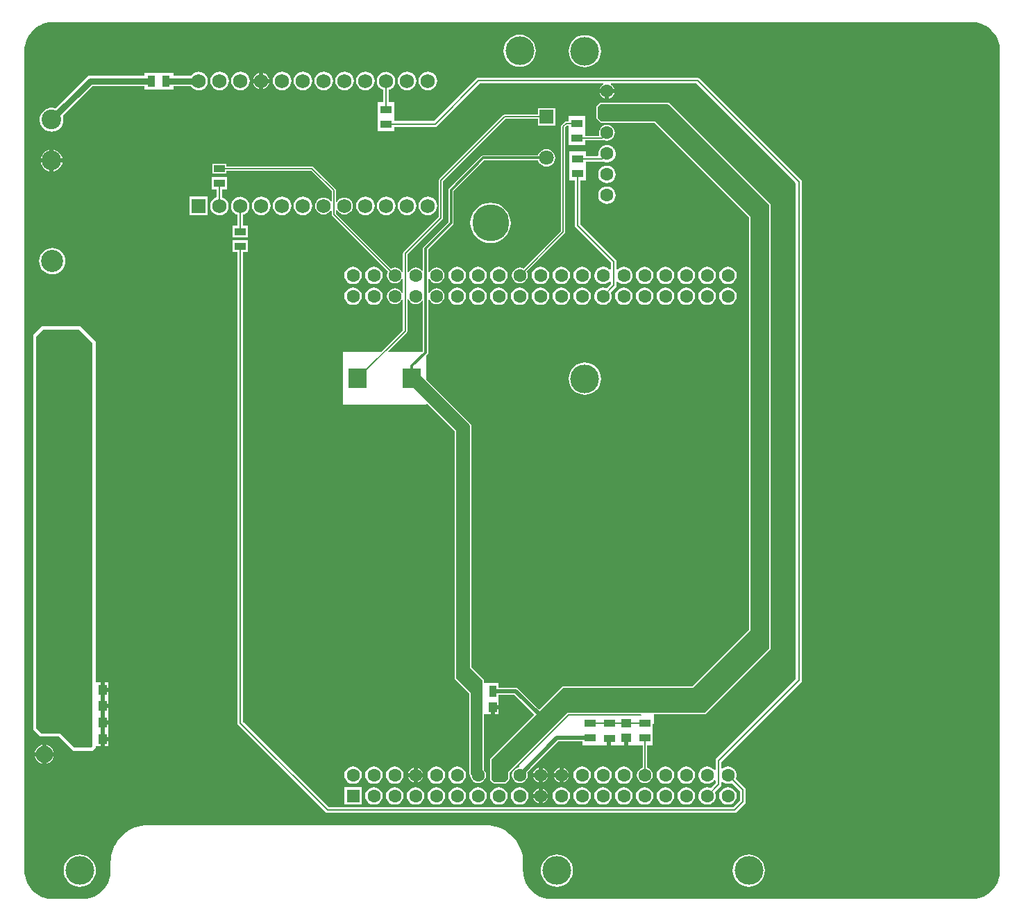
<source format=gbl>
G04*
G04 #@! TF.GenerationSoftware,Altium Limited,Altium Designer,21.0.9 (235)*
G04*
G04 Layer_Physical_Order=2*
G04 Layer_Color=16711680*
%FSLAX25Y25*%
%MOIN*%
G70*
G04*
G04 #@! TF.SameCoordinates,A9EE82D5-5453-4621-884F-38B111DD7A68*
G04*
G04*
G04 #@! TF.FilePolarity,Positive*
G04*
G01*
G75*
%ADD18R,0.04016X0.05000*%
%ADD19R,0.03701X0.05315*%
%ADD37C,0.02000*%
%ADD38C,0.00800*%
%ADD39C,0.13780*%
%ADD40C,0.17717*%
%ADD41C,0.06299*%
%ADD42C,0.10630*%
%ADD43C,0.08268*%
%ADD44R,0.06299X0.06299*%
%ADD45C,0.09449*%
%ADD46R,0.07087X0.07087*%
%ADD47C,0.07087*%
%ADD48R,0.06890X0.06890*%
%ADD49C,0.06890*%
%ADD50C,0.01600*%
%ADD51R,0.05315X0.03701*%
%ADD52R,0.05000X0.04016*%
%ADD53R,0.08504X0.09488*%
%ADD54C,0.03000*%
%ADD55C,0.01200*%
G36*
X830478Y688697D02*
X831678Y688645D01*
X832869Y688488D01*
X834042Y688228D01*
X835188Y687866D01*
X836297Y687407D01*
X837363Y686852D01*
X838376Y686207D01*
X839329Y685475D01*
X840215Y684664D01*
X841026Y683778D01*
X841757Y682825D01*
X842403Y681812D01*
X842958Y680747D01*
X843417Y679637D01*
X843779Y678491D01*
X844038Y677318D01*
X844195Y676127D01*
X844248Y674948D01*
Y281249D01*
X844195Y280051D01*
X844038Y278861D01*
X843778Y277691D01*
X843417Y276547D01*
X842957Y275439D01*
X842403Y274376D01*
X841758Y273364D01*
X841028Y272413D01*
X840217Y271529D01*
X839332Y270719D01*
X838381Y269989D01*
X837369Y269345D01*
X836305Y268792D01*
X835196Y268334D01*
X834052Y267973D01*
X832881Y267714D01*
X831692Y267558D01*
X830500Y267506D01*
X629000Y267500D01*
X627802Y267552D01*
X626613Y267709D01*
X625442Y267968D01*
X624298Y268329D01*
X623190Y268788D01*
X622126Y269342D01*
X621114Y269986D01*
X620163Y270716D01*
X619278Y271527D01*
X618468Y272411D01*
X617738Y273362D01*
X617094Y274374D01*
X616540Y275438D01*
X616081Y276546D01*
X615720Y277690D01*
X615460Y278861D01*
X615304Y280050D01*
X615252Y281248D01*
Y285186D01*
X615184Y286732D01*
X614982Y288267D01*
X614647Y289779D01*
X614181Y291256D01*
X613589Y292686D01*
X612874Y294060D01*
X612042Y295365D01*
X611099Y296594D01*
X610053Y297735D01*
X608912Y298781D01*
X607683Y299724D01*
X606378Y300556D01*
X605004Y301271D01*
X603574Y301863D01*
X602097Y302329D01*
X600585Y302664D01*
X599050Y302866D01*
X597504Y302934D01*
X434994D01*
X433447Y302866D01*
X431912Y302664D01*
X430400Y302329D01*
X428924Y301863D01*
X427493Y301271D01*
X426120Y300556D01*
X424814Y299724D01*
X423586Y298781D01*
X422444Y297735D01*
X421398Y296594D01*
X420455Y295365D01*
X419623Y294059D01*
X418909Y292686D01*
X418316Y291255D01*
X417850Y289779D01*
X417515Y288267D01*
X417313Y286732D01*
X417246Y285186D01*
Y281248D01*
X417193Y280050D01*
X417037Y278861D01*
X416777Y277690D01*
X416417Y276546D01*
X415958Y275438D01*
X415404Y274374D01*
X414759Y273362D01*
X414029Y272411D01*
X413219Y271527D01*
X412335Y270716D01*
X411383Y269986D01*
X410372Y269342D01*
X409308Y268788D01*
X408200Y268329D01*
X407056Y267968D01*
X405885Y267709D01*
X404696Y267552D01*
X403498Y267500D01*
X389555D01*
X388357Y267552D01*
X387168Y267709D01*
X385997Y267969D01*
X384853Y268329D01*
X383745Y268788D01*
X382681Y269342D01*
X381669Y269986D01*
X380718Y270717D01*
X379833Y271527D01*
X379023Y272411D01*
X378293Y273363D01*
X377649Y274374D01*
X377095Y275438D01*
X376636Y276546D01*
X376275Y277690D01*
X376015Y278861D01*
X375859Y280050D01*
X375807Y281248D01*
Y674949D01*
X375859Y676147D01*
X376016Y677337D01*
X376275Y678508D01*
X376636Y679651D01*
X377095Y680759D01*
X377649Y681823D01*
X378293Y682835D01*
X379023Y683786D01*
X379834Y684671D01*
X380718Y685481D01*
X381669Y686211D01*
X382681Y686855D01*
X383745Y687409D01*
X384853Y687868D01*
X385997Y688229D01*
X387168Y688488D01*
X388357Y688645D01*
X389555Y688697D01*
X830478Y688697D01*
D02*
G37*
%LPC*%
G36*
X613607Y682617D02*
X612100Y682469D01*
X610650Y682029D01*
X609314Y681315D01*
X608143Y680354D01*
X607182Y679183D01*
X606468Y677847D01*
X606029Y676398D01*
X605880Y674890D01*
X606029Y673383D01*
X606468Y671933D01*
X607182Y670597D01*
X608143Y669426D01*
X609314Y668465D01*
X610650Y667751D01*
X612100Y667311D01*
X613607Y667163D01*
X615115Y667311D01*
X616564Y667751D01*
X617900Y668465D01*
X619071Y669426D01*
X620032Y670597D01*
X620746Y671933D01*
X621186Y673383D01*
X621335Y674890D01*
X621186Y676398D01*
X620746Y677847D01*
X620032Y679183D01*
X619071Y680354D01*
X617900Y681315D01*
X616564Y682029D01*
X615115Y682469D01*
X613607Y682617D01*
D02*
G37*
G36*
X644873Y682451D02*
X643365Y682303D01*
X641916Y681863D01*
X640580Y681149D01*
X639409Y680188D01*
X638448Y679017D01*
X637734Y677681D01*
X637294Y676232D01*
X637146Y674724D01*
X637294Y673217D01*
X637734Y671767D01*
X638448Y670431D01*
X639409Y669260D01*
X640580Y668299D01*
X641916Y667585D01*
X643365Y667146D01*
X644873Y666997D01*
X646381Y667146D01*
X647830Y667585D01*
X649166Y668299D01*
X650337Y669260D01*
X651298Y670431D01*
X652012Y671767D01*
X652452Y673217D01*
X652600Y674724D01*
X652452Y676232D01*
X652012Y677681D01*
X651298Y679017D01*
X650337Y680188D01*
X649166Y681149D01*
X647830Y681863D01*
X646381Y682303D01*
X644873Y682451D01*
D02*
G37*
G36*
X459418Y664825D02*
X459031Y664803D01*
X458647Y664747D01*
X458270Y664658D01*
X457902Y664536D01*
X457545Y664383D01*
X457204Y664199D01*
X456880Y663986D01*
X456575Y663746D01*
X456293Y663480D01*
X456035Y663191D01*
X455803Y662880D01*
X455803Y662880D01*
X447271D01*
Y664338D01*
X433374D01*
Y662880D01*
X406357D01*
X390719Y647243D01*
X390603Y647280D01*
X390529Y647303D01*
X390046Y647429D01*
X389553Y647513D01*
X389056Y647553D01*
X388556Y647549D01*
X388059Y647503D01*
X387568Y647413D01*
X387086Y647280D01*
X386618Y647106D01*
X386167Y646892D01*
X385736Y646639D01*
X385329Y646350D01*
X384949Y646027D01*
X384598Y645671D01*
X384279Y645286D01*
X383996Y644875D01*
X383749Y644441D01*
X383541Y643987D01*
X383373Y643517D01*
X383247Y643034D01*
X383164Y642541D01*
X383124Y642043D01*
X383127Y641544D01*
X383174Y641047D01*
X383264Y640555D01*
X383397Y640074D01*
X383571Y639606D01*
X383785Y639155D01*
X384037Y638724D01*
X384327Y638317D01*
X384650Y637936D01*
X385006Y637586D01*
X385390Y637267D01*
X385801Y636983D01*
X386235Y636737D01*
X386689Y636529D01*
X387160Y636361D01*
X387643Y636235D01*
X388136Y636152D01*
X388633Y636111D01*
X389133Y636115D01*
X389630Y636162D01*
X390121Y636252D01*
X390603Y636384D01*
X391071Y636558D01*
X391522Y636772D01*
X391953Y637025D01*
X392360Y637314D01*
X392740Y637638D01*
X393091Y637993D01*
X393409Y638378D01*
X393693Y638789D01*
X393940Y639223D01*
X394148Y639677D01*
X394316Y640148D01*
X394442Y640631D01*
X394525Y641123D01*
X394565Y641621D01*
X394562Y642121D01*
X394515Y642618D01*
X394425Y643109D01*
X394292Y643590D01*
X394292D01*
X394255Y643707D01*
X408428Y657880D01*
X433374D01*
Y656449D01*
X447271D01*
Y657880D01*
X455803D01*
X455872Y657781D01*
X456112Y657477D01*
X456378Y657194D01*
X456667Y656936D01*
X456978Y656704D01*
X457308Y656500D01*
X457654Y656326D01*
X458015Y656182D01*
X458386Y656071D01*
X458766Y655992D01*
X459151Y655947D01*
X459539Y655935D01*
X459926Y655957D01*
X460310Y656013D01*
X460687Y656102D01*
X461055Y656224D01*
X461411Y656377D01*
X461753Y656561D01*
X462077Y656773D01*
X462382Y657014D01*
X462664Y657279D01*
X462922Y657569D01*
X463154Y657880D01*
X463358Y658210D01*
X463532Y658556D01*
X463676Y658916D01*
X463787Y659288D01*
X463866Y659667D01*
X463912Y660052D01*
X463923Y660440D01*
X463901Y660827D01*
X463845Y661211D01*
X463756Y661588D01*
X463635Y661957D01*
X463481Y662313D01*
X463298Y662654D01*
X463085Y662979D01*
X462845Y663283D01*
X462579Y663565D01*
X462289Y663824D01*
X461979Y664055D01*
X461649Y664259D01*
X461302Y664434D01*
X460942Y664577D01*
X460571Y664689D01*
X460191Y664768D01*
X459806Y664813D01*
X459418Y664825D01*
D02*
G37*
G36*
X489478Y664359D02*
X488448Y664224D01*
X487489Y663826D01*
X486665Y663194D01*
X486032Y662370D01*
X485635Y661410D01*
X485499Y660380D01*
X485635Y659350D01*
X486032Y658390D01*
X486665Y657566D01*
X487489Y656934D01*
X488448Y656536D01*
X489478Y656401D01*
X490508Y656536D01*
X491468Y656934D01*
X492292Y657566D01*
X492925Y658390D01*
X493322Y659350D01*
X493458Y660380D01*
X493322Y661410D01*
X492925Y662370D01*
X492292Y663194D01*
X491468Y663826D01*
X490508Y664224D01*
X489478Y664359D01*
D02*
G37*
G36*
X569478Y664864D02*
X568318Y664711D01*
X567237Y664263D01*
X566308Y663550D01*
X565595Y662622D01*
X565147Y661540D01*
X564995Y660380D01*
X565147Y659219D01*
X565595Y658138D01*
X566308Y657209D01*
X567237Y656497D01*
X568318Y656049D01*
X569478Y655896D01*
X570639Y656049D01*
X571720Y656497D01*
X572649Y657209D01*
X573361Y658138D01*
X573809Y659219D01*
X573962Y660380D01*
X573809Y661540D01*
X573361Y662622D01*
X572649Y663550D01*
X571720Y664263D01*
X570639Y664711D01*
X569478Y664864D01*
D02*
G37*
G36*
X559478D02*
X558318Y664711D01*
X557237Y664263D01*
X556308Y663550D01*
X555595Y662622D01*
X555148Y661540D01*
X554995Y660380D01*
X555148Y659219D01*
X555595Y658138D01*
X556308Y657209D01*
X557237Y656497D01*
X558318Y656049D01*
X559478Y655896D01*
X560639Y656049D01*
X561720Y656497D01*
X562649Y657209D01*
X563361Y658138D01*
X563809Y659219D01*
X563962Y660380D01*
X563809Y661540D01*
X563361Y662622D01*
X562649Y663550D01*
X561720Y664263D01*
X560639Y664711D01*
X559478Y664864D01*
D02*
G37*
G36*
X539478D02*
X538318Y664711D01*
X537237Y664263D01*
X536308Y663550D01*
X535595Y662622D01*
X535147Y661540D01*
X534995Y660380D01*
X535147Y659219D01*
X535595Y658138D01*
X536308Y657209D01*
X537237Y656497D01*
X538318Y656049D01*
X539478Y655896D01*
X540639Y656049D01*
X541720Y656497D01*
X542649Y657209D01*
X543361Y658138D01*
X543809Y659219D01*
X543962Y660380D01*
X543809Y661540D01*
X543361Y662622D01*
X542649Y663550D01*
X541720Y664263D01*
X540639Y664711D01*
X539478Y664864D01*
D02*
G37*
G36*
X529478D02*
X528318Y664711D01*
X527237Y664263D01*
X526308Y663550D01*
X525595Y662622D01*
X525147Y661540D01*
X524995Y660380D01*
X525147Y659219D01*
X525595Y658138D01*
X526308Y657209D01*
X527237Y656497D01*
X528318Y656049D01*
X529478Y655896D01*
X530639Y656049D01*
X531720Y656497D01*
X532649Y657209D01*
X533361Y658138D01*
X533809Y659219D01*
X533962Y660380D01*
X533809Y661540D01*
X533361Y662622D01*
X532649Y663550D01*
X531720Y664263D01*
X530639Y664711D01*
X529478Y664864D01*
D02*
G37*
G36*
X519478D02*
X518318Y664711D01*
X517237Y664263D01*
X516308Y663550D01*
X515595Y662622D01*
X515147Y661540D01*
X514995Y660380D01*
X515147Y659219D01*
X515595Y658138D01*
X516308Y657209D01*
X517237Y656497D01*
X518318Y656049D01*
X519478Y655896D01*
X520639Y656049D01*
X521720Y656497D01*
X522649Y657209D01*
X523361Y658138D01*
X523809Y659219D01*
X523962Y660380D01*
X523809Y661540D01*
X523361Y662622D01*
X522649Y663550D01*
X521720Y664263D01*
X520639Y664711D01*
X519478Y664864D01*
D02*
G37*
G36*
X509478D02*
X508318Y664711D01*
X507237Y664263D01*
X506308Y663550D01*
X505595Y662622D01*
X505148Y661540D01*
X504995Y660380D01*
X505148Y659219D01*
X505595Y658138D01*
X506308Y657209D01*
X507237Y656497D01*
X508318Y656049D01*
X509478Y655896D01*
X510639Y656049D01*
X511720Y656497D01*
X512649Y657209D01*
X513361Y658138D01*
X513809Y659219D01*
X513962Y660380D01*
X513809Y661540D01*
X513361Y662622D01*
X512649Y663550D01*
X511720Y664263D01*
X510639Y664711D01*
X509478Y664864D01*
D02*
G37*
G36*
X499478D02*
X498318Y664711D01*
X497237Y664263D01*
X496308Y663550D01*
X495595Y662622D01*
X495148Y661540D01*
X494995Y660380D01*
X495148Y659219D01*
X495595Y658138D01*
X496308Y657209D01*
X497237Y656497D01*
X498318Y656049D01*
X499478Y655896D01*
X500639Y656049D01*
X501720Y656497D01*
X502649Y657209D01*
X503361Y658138D01*
X503809Y659219D01*
X503962Y660380D01*
X503809Y661540D01*
X503361Y662622D01*
X502649Y663550D01*
X501720Y664263D01*
X500639Y664711D01*
X499478Y664864D01*
D02*
G37*
G36*
X479478D02*
X478318Y664711D01*
X477237Y664263D01*
X476308Y663550D01*
X475595Y662622D01*
X475147Y661540D01*
X474995Y660380D01*
X475147Y659219D01*
X475595Y658138D01*
X476308Y657209D01*
X477237Y656497D01*
X478318Y656049D01*
X479478Y655896D01*
X480639Y656049D01*
X481720Y656497D01*
X482649Y657209D01*
X483361Y658138D01*
X483809Y659219D01*
X483962Y660380D01*
X483809Y661540D01*
X483361Y662622D01*
X482649Y663550D01*
X481720Y664263D01*
X480639Y664711D01*
X479478Y664864D01*
D02*
G37*
G36*
X469478D02*
X468318Y664711D01*
X467237Y664263D01*
X466308Y663550D01*
X465595Y662622D01*
X465147Y661540D01*
X464995Y660380D01*
X465147Y659219D01*
X465595Y658138D01*
X466308Y657209D01*
X467237Y656497D01*
X468318Y656049D01*
X469478Y655896D01*
X470639Y656049D01*
X471720Y656497D01*
X472649Y657209D01*
X473361Y658138D01*
X473809Y659219D01*
X473962Y660380D01*
X473809Y661540D01*
X473361Y662622D01*
X472649Y663550D01*
X471720Y664263D01*
X470639Y664711D01*
X469478Y664864D01*
D02*
G37*
G36*
X684855Y650100D02*
X652581D01*
X652122Y649910D01*
X650745Y648532D01*
X650555Y648073D01*
Y642688D01*
X650689Y642363D01*
X650745Y642229D01*
X652433Y640541D01*
X652892Y640351D01*
X678506D01*
X723851Y595006D01*
Y397030D01*
X696565Y369744D01*
X634614D01*
X634155Y369554D01*
X634074Y369473D01*
X634041Y369459D01*
X623244Y358663D01*
X622744D01*
X612854Y368552D01*
X612325Y368906D01*
X611701Y369030D01*
X603467D01*
Y371308D01*
X596549D01*
Y372600D01*
X596415Y372925D01*
X596359Y373059D01*
X590349Y379069D01*
Y495100D01*
X590159Y495559D01*
X568616Y517102D01*
Y528533D01*
X569348Y529265D01*
X569614Y529662D01*
X569707Y530130D01*
Y555439D01*
X570197Y555537D01*
X570350Y555168D01*
X570951Y554385D01*
X571734Y553784D01*
X572646Y553406D01*
X573625Y553277D01*
X574604Y553406D01*
X575516Y553784D01*
X576299Y554385D01*
X576900Y555168D01*
X577278Y556080D01*
X577407Y557059D01*
X577278Y558038D01*
X576900Y558950D01*
X576299Y559733D01*
X575516Y560334D01*
X574604Y560712D01*
X573625Y560841D01*
X572646Y560712D01*
X571734Y560334D01*
X570951Y559733D01*
X570350Y558950D01*
X570197Y558581D01*
X569707Y558679D01*
Y565439D01*
X570197Y565537D01*
X570350Y565168D01*
X570951Y564385D01*
X571734Y563784D01*
X572646Y563406D01*
X573625Y563277D01*
X574604Y563406D01*
X575516Y563784D01*
X576299Y564385D01*
X576900Y565168D01*
X577278Y566080D01*
X577407Y567059D01*
X577278Y568038D01*
X576900Y568950D01*
X576299Y569733D01*
X575516Y570334D01*
X574604Y570712D01*
X573625Y570841D01*
X572646Y570712D01*
X571734Y570334D01*
X570951Y569733D01*
X570350Y568950D01*
X570197Y568581D01*
X569707Y568679D01*
Y579526D01*
X581565Y591384D01*
X581830Y591781D01*
X581830Y591781D01*
X581830Y591781D01*
X581923Y592250D01*
Y607515D01*
X596662Y622254D01*
X622532D01*
X622890Y621388D01*
X623555Y620522D01*
X624420Y619858D01*
X625428Y619440D01*
X626510Y619298D01*
X627591Y619440D01*
X628599Y619858D01*
X629464Y620522D01*
X630129Y621388D01*
X630546Y622396D01*
X630689Y623477D01*
X630546Y624559D01*
X630129Y625567D01*
X629464Y626432D01*
X628599Y627096D01*
X627591Y627514D01*
X626510Y627656D01*
X625428Y627514D01*
X624420Y627096D01*
X623555Y626432D01*
X622890Y625567D01*
X622532Y624701D01*
X596155D01*
X595687Y624608D01*
X595290Y624342D01*
X579835Y608887D01*
X579570Y608490D01*
X579476Y608022D01*
Y592756D01*
X567618Y580898D01*
X567353Y580501D01*
X567260Y580033D01*
Y569260D01*
X566786Y569099D01*
X566299Y569733D01*
X565516Y570334D01*
X564604Y570712D01*
X563625Y570841D01*
X562646Y570712D01*
X561734Y570334D01*
X560951Y569733D01*
X560350Y568950D01*
X560120Y568395D01*
X559630Y568492D01*
Y577189D01*
X576469Y594028D01*
X576690Y594359D01*
X576768Y594749D01*
X576768Y594749D01*
X576768Y594749D01*
Y594749D01*
Y612211D01*
X606700Y642142D01*
X622366D01*
Y639019D01*
X630653D01*
Y647305D01*
X622366D01*
Y644182D01*
X606277D01*
X605887Y644104D01*
X605556Y643883D01*
X575027Y613354D01*
X574806Y613023D01*
X574728Y612633D01*
Y595171D01*
X557889Y578332D01*
X557668Y578001D01*
X557590Y577611D01*
Y568566D01*
X557100Y568468D01*
X556901Y568950D01*
X556299Y569733D01*
X555516Y570334D01*
X554604Y570712D01*
X553625Y570841D01*
X552646Y570712D01*
X551775Y570351D01*
X525369Y596757D01*
Y598450D01*
X525859Y598547D01*
X525945Y598340D01*
X526593Y597495D01*
X527438Y596846D01*
X528422Y596439D01*
X529478Y596300D01*
X530534Y596439D01*
X531518Y596846D01*
X532363Y597495D01*
X533012Y598340D01*
X533419Y599324D01*
X533558Y600380D01*
X533419Y601436D01*
X533012Y602420D01*
X532363Y603265D01*
X531518Y603913D01*
X530534Y604321D01*
X529478Y604460D01*
X528422Y604321D01*
X527438Y603913D01*
X526593Y603265D01*
X525945Y602420D01*
X525859Y602213D01*
X525369Y602310D01*
Y607898D01*
X525291Y608288D01*
X525070Y608619D01*
X514645Y619044D01*
X514314Y619265D01*
X513924Y619343D01*
X472736D01*
Y620774D01*
X466221D01*
Y615872D01*
X472736D01*
Y617304D01*
X513501D01*
X523330Y607475D01*
Y602783D01*
X522856Y602623D01*
X522363Y603265D01*
X521518Y603913D01*
X520534Y604321D01*
X519478Y604460D01*
X518422Y604321D01*
X517438Y603913D01*
X516593Y603265D01*
X515945Y602420D01*
X515537Y601436D01*
X515398Y600380D01*
X515537Y599324D01*
X515945Y598340D01*
X516593Y597495D01*
X517438Y596846D01*
X518422Y596439D01*
X519478Y596300D01*
X520534Y596439D01*
X521518Y596846D01*
X522363Y597495D01*
X522856Y598137D01*
X523330Y597976D01*
Y596335D01*
X523407Y595945D01*
X523628Y595614D01*
X550333Y568909D01*
X549972Y568038D01*
X549843Y567059D01*
X549972Y566080D01*
X550350Y565168D01*
X550951Y564385D01*
X551734Y563784D01*
X552646Y563406D01*
X553625Y563277D01*
X554604Y563406D01*
X555516Y563784D01*
X556299Y564385D01*
X556901Y565168D01*
X557100Y565650D01*
X557590Y565552D01*
Y558566D01*
X557100Y558468D01*
X556901Y558950D01*
X556299Y559733D01*
X555516Y560334D01*
X554604Y560712D01*
X553625Y560841D01*
X552646Y560712D01*
X551734Y560334D01*
X550951Y559733D01*
X550350Y558950D01*
X549972Y558038D01*
X549843Y557059D01*
X549972Y556080D01*
X550350Y555168D01*
X550951Y554385D01*
X551734Y553784D01*
X552646Y553406D01*
X553625Y553277D01*
X554604Y553406D01*
X555516Y553784D01*
X556299Y554385D01*
X556901Y555168D01*
X557100Y555650D01*
X557590Y555552D01*
Y540699D01*
X547146Y530255D01*
X528879D01*
Y505067D01*
X568616D01*
Y505512D01*
X569078Y505704D01*
X582351Y492431D01*
Y373700D01*
X582541Y373241D01*
X589551Y366231D01*
Y327600D01*
X589741Y327141D01*
X589846Y327035D01*
X589972Y326080D01*
X590350Y325168D01*
X590951Y324385D01*
X591734Y323784D01*
X592646Y323406D01*
X593625Y323277D01*
X594604Y323406D01*
X595516Y323784D01*
X596299Y324385D01*
X596901Y325168D01*
X597278Y326080D01*
X597407Y327059D01*
X597278Y328038D01*
X596901Y328950D01*
X596549Y329408D01*
Y356326D01*
X603467D01*
Y365768D01*
X611025D01*
X620687Y356105D01*
X599556Y334975D01*
X599366Y334516D01*
Y334496D01*
Y324957D01*
X599501Y324632D01*
X599556Y324498D01*
X600872Y323182D01*
X601332Y322992D01*
X606610D01*
X607069Y323182D01*
X608590Y324703D01*
X608780Y325162D01*
Y328362D01*
X636817Y356399D01*
X671746D01*
X671937Y355937D01*
X671602Y355602D01*
X643674D01*
Y355548D01*
X637161D01*
X613501Y331889D01*
X613487Y331874D01*
X613465Y331847D01*
X613445Y331818D01*
X613428Y331788D01*
X613413Y331756D01*
X613402Y331723D01*
X613393Y331689D01*
X613387Y331655D01*
X613384Y331620D01*
X613385Y331585D01*
X613388Y331550D01*
X613394Y331516D01*
X613404Y331482D01*
X613416Y331450D01*
X613431Y331418D01*
X613449Y331388D01*
X613469Y331360D01*
X613491Y331333D01*
X613516Y331309D01*
X613537Y331292D01*
X613530Y331267D01*
X613198Y330785D01*
X612646Y330712D01*
X611734Y330334D01*
X610951Y329733D01*
X610350Y328950D01*
X609972Y328038D01*
X609843Y327059D01*
X609972Y326080D01*
X610350Y325168D01*
X610951Y324385D01*
X611734Y323784D01*
X612646Y323406D01*
X613625Y323277D01*
X614604Y323406D01*
X615516Y323784D01*
X616299Y324385D01*
X616900Y325168D01*
X617278Y326080D01*
X617407Y327059D01*
X617278Y328038D01*
X617171Y328297D01*
X632057Y343184D01*
X643674D01*
Y341343D01*
X672606D01*
Y330695D01*
X671734Y330334D01*
X670951Y329733D01*
X670350Y328950D01*
X669972Y328038D01*
X669843Y327059D01*
X669972Y326080D01*
X670350Y325168D01*
X670951Y324385D01*
X671734Y323784D01*
X672646Y323406D01*
X673625Y323277D01*
X674604Y323406D01*
X675516Y323784D01*
X676299Y324385D01*
X676900Y325168D01*
X677278Y326080D01*
X677407Y327059D01*
X677278Y328038D01*
X676900Y328950D01*
X676299Y329733D01*
X675516Y330334D01*
X674645Y330695D01*
Y341343D01*
X677548D01*
Y351800D01*
X678000D01*
Y356200D01*
X678000Y356200D01*
X678000Y356200D01*
X678082Y356399D01*
X702671D01*
X703130Y356589D01*
X733959Y387418D01*
X734149Y387877D01*
Y600500D01*
X734120Y600571D01*
Y600835D01*
X733985Y601159D01*
X733930Y601294D01*
X685314Y649910D01*
X684855Y650100D01*
D02*
G37*
G36*
X645121Y643565D02*
X637160D01*
Y641078D01*
X635957D01*
X635567Y641000D01*
X635236Y640779D01*
X633796Y639339D01*
X633575Y639009D01*
X633497Y638618D01*
Y588373D01*
X615475Y570351D01*
X614604Y570712D01*
X613625Y570841D01*
X612646Y570712D01*
X611734Y570334D01*
X610951Y569733D01*
X610350Y568950D01*
X609972Y568038D01*
X609843Y567059D01*
X609972Y566080D01*
X610350Y565168D01*
X610951Y564385D01*
X611734Y563784D01*
X612646Y563406D01*
X613625Y563277D01*
X614604Y563406D01*
X615516Y563784D01*
X616299Y564385D01*
X616900Y565168D01*
X617278Y566080D01*
X617407Y567059D01*
X617278Y568038D01*
X616917Y568909D01*
X635238Y587230D01*
X635459Y587561D01*
X635536Y587951D01*
X635536Y587951D01*
X635536Y587951D01*
Y587951D01*
Y638196D01*
X636379Y639039D01*
X637160D01*
Y629741D01*
X645121D01*
Y632031D01*
X653066D01*
X653457Y632109D01*
X653674Y632254D01*
X654572Y631882D01*
X655550Y631753D01*
X656529Y631882D01*
X657442Y632259D01*
X658225Y632860D01*
X658826Y633644D01*
X659204Y634556D01*
X659333Y635535D01*
X659204Y636513D01*
X658826Y637426D01*
X658225Y638209D01*
X657442Y638810D01*
X656529Y639188D01*
X655550Y639317D01*
X654572Y639188D01*
X653659Y638810D01*
X652876Y638209D01*
X652275Y637426D01*
X651897Y636513D01*
X651768Y635535D01*
X651897Y634556D01*
X651926Y634486D01*
X651649Y634070D01*
X645121D01*
Y643565D01*
D02*
G37*
G36*
X655649Y629683D02*
X655287Y629676D01*
X654927Y629637D01*
X654572Y629567D01*
X654224Y629467D01*
X653886Y629336D01*
X653561Y629177D01*
X653251Y628989D01*
X652959Y628776D01*
X652686Y628538D01*
X652436Y628276D01*
X652209Y627995D01*
X652007Y627694D01*
X651832Y627377D01*
X651686Y627046D01*
X651569Y626703D01*
X651482Y626352D01*
X651426Y625994D01*
X651402Y625633D01*
X651409Y625271D01*
X651448Y624911D01*
X651448Y624911D01*
X651451Y624886D01*
X651452Y624851D01*
X651451Y624816D01*
X651446Y624781D01*
X651439Y624747D01*
X651428Y624714D01*
X651415Y624682D01*
X651399Y624651D01*
X651380Y624621D01*
X651359Y624594D01*
X651335Y624568D01*
X651309Y624544D01*
X651282Y624523D01*
X651252Y624504D01*
X651222Y624488D01*
X651189Y624475D01*
X651156Y624464D01*
X651122Y624457D01*
X651087Y624452D01*
X651052Y624451D01*
X645302D01*
Y626592D01*
X637340D01*
Y612622D01*
X640011D01*
Y590478D01*
X657307Y573181D01*
Y570210D01*
X657307Y570202D01*
X657305Y570167D01*
X657300Y570132D01*
X657292Y570098D01*
X657280Y570065D01*
X657266Y570033D01*
X657250Y570003D01*
X657230Y569974D01*
X657208Y569946D01*
X657184Y569921D01*
X657158Y569898D01*
X657130Y569877D01*
X657100Y569859D01*
X657069Y569844D01*
X657036Y569831D01*
X657003Y569821D01*
X656969Y569814D01*
X656934Y569811D01*
X656899Y569810D01*
X656864Y569812D01*
X656830Y569817D01*
X656796Y569826D01*
X656763Y569837D01*
X656731Y569851D01*
X656700Y569868D01*
X656671Y569887D01*
X656644Y569909D01*
X656619Y569933D01*
X656619Y569933D01*
X656499Y570053D01*
X656227Y570292D01*
X655935Y570506D01*
X655626Y570694D01*
X655302Y570855D01*
X654965Y570987D01*
X654617Y571088D01*
X654262Y571160D01*
X653902Y571199D01*
X653541Y571208D01*
X653179Y571185D01*
X652821Y571130D01*
X652470Y571044D01*
X652127Y570929D01*
X651795Y570783D01*
X651477Y570610D01*
X651176Y570409D01*
X650893Y570183D01*
X650632Y569933D01*
X650393Y569661D01*
X650178Y569369D01*
X649990Y569060D01*
X649829Y568736D01*
X649698Y568398D01*
X649596Y568051D01*
X649525Y567696D01*
X649485Y567336D01*
X649476Y566974D01*
X649500Y566613D01*
X649554Y566255D01*
X649640Y565903D01*
X649755Y565560D01*
X649901Y565229D01*
X650075Y564911D01*
X650275Y564610D01*
X650501Y564327D01*
X650751Y564065D01*
X651023Y563826D01*
X651315Y563612D01*
X651624Y563424D01*
X651949Y563263D01*
X652286Y563131D01*
X652633Y563030D01*
X652988Y562958D01*
X653348Y562919D01*
X653710Y562910D01*
X654071Y562933D01*
X654429Y562988D01*
X654781Y563073D01*
X655124Y563189D01*
X655455Y563335D01*
X655773Y563508D01*
X656074Y563709D01*
X656357Y563935D01*
X656619Y564185D01*
X656619Y564185D01*
X656625Y564191D01*
X656650Y564215D01*
X656678Y564236D01*
X656707Y564255D01*
X656738Y564271D01*
X656771Y564284D01*
X656804Y564295D01*
X656838Y564302D01*
X656873Y564307D01*
X656907Y564308D01*
X656942Y564307D01*
X656977Y564302D01*
X657011Y564295D01*
X657044Y564284D01*
X657077Y564271D01*
X657107Y564255D01*
X657137Y564236D01*
X657164Y564215D01*
X657190Y564191D01*
X657214Y564165D01*
X657235Y564138D01*
X657254Y564108D01*
X657270Y564077D01*
X657283Y564045D01*
X657294Y564012D01*
X657301Y563978D01*
X657306Y563943D01*
X657307Y563908D01*
Y562721D01*
X655399Y560813D01*
X655274Y560867D01*
X655152Y560918D01*
X654810Y561036D01*
X654459Y561124D01*
X654101Y561181D01*
X653740Y561207D01*
X653378Y561201D01*
X653018Y561164D01*
X652662Y561096D01*
X652314Y560996D01*
X651976Y560867D01*
X651650Y560709D01*
X651340Y560523D01*
X651047Y560311D01*
X650773Y560073D01*
X650521Y559813D01*
X650293Y559532D01*
X650090Y559233D01*
X649914Y558916D01*
X649766Y558586D01*
X649648Y558244D01*
X649560Y557892D01*
X649503Y557535D01*
X649477Y557174D01*
X649483Y556812D01*
X649520Y556452D01*
X649589Y556096D01*
X649688Y555748D01*
X649817Y555410D01*
X649975Y555084D01*
X650161Y554774D01*
X650374Y554481D01*
X650611Y554207D01*
X650871Y553955D01*
X651152Y553727D01*
X651452Y553524D01*
X651768Y553348D01*
X652099Y553200D01*
X652441Y553082D01*
X652792Y552994D01*
X653149Y552937D01*
X653510Y552911D01*
X653872Y552917D01*
X654233Y552954D01*
X654588Y553022D01*
X654936Y553122D01*
X655274Y553251D01*
X655600Y553409D01*
X655910Y553595D01*
X656204Y553807D01*
X656477Y554045D01*
X656729Y554305D01*
X656957Y554586D01*
X657160Y554885D01*
X657336Y555202D01*
X657484Y555532D01*
X657602Y555874D01*
X657690Y556226D01*
X657748Y556583D01*
X657773Y556944D01*
X657768Y557306D01*
X657730Y557666D01*
X657662Y558022D01*
X657562Y558370D01*
X657433Y558708D01*
X657433Y558708D01*
X657379Y558833D01*
X660108Y561561D01*
Y563745D01*
X660108Y563768D01*
X660112Y563802D01*
X660118Y563837D01*
X660128Y563870D01*
X660140Y563903D01*
X660155Y563934D01*
X660173Y563964D01*
X660194Y563993D01*
X660216Y564019D01*
X660241Y564043D01*
X660268Y564066D01*
X660297Y564085D01*
X660328Y564102D01*
X660360Y564116D01*
X660393Y564128D01*
X660426Y564137D01*
X660461Y564142D01*
X660496Y564145D01*
X660531Y564144D01*
X660565Y564141D01*
X660600Y564134D01*
X660633Y564125D01*
X660666Y564113D01*
X660697Y564097D01*
X660727Y564080D01*
X660755Y564059D01*
X660782Y564036D01*
X660782Y564036D01*
X660862Y563963D01*
X661142Y563734D01*
X661442Y563530D01*
X661757Y563353D01*
X662087Y563205D01*
X662429Y563085D01*
X662780Y562996D01*
X663137Y562938D01*
X663498Y562911D01*
X663860Y562916D01*
X664221Y562952D01*
X664576Y563020D01*
X664925Y563118D01*
X665263Y563246D01*
X665589Y563403D01*
X665901Y563589D01*
X666194Y563800D01*
X666468Y564036D01*
X666721Y564296D01*
X666950Y564576D01*
X667154Y564875D01*
X667331Y565191D01*
X667480Y565521D01*
X667599Y565863D01*
X667688Y566214D01*
X667746Y566571D01*
X667773Y566932D01*
X667768Y567294D01*
X667732Y567654D01*
X667664Y568010D01*
X667566Y568359D01*
X667438Y568697D01*
X667281Y569023D01*
X667096Y569334D01*
X666884Y569628D01*
X666648Y569902D01*
X666389Y570155D01*
X666108Y570384D01*
X665809Y570588D01*
X665493Y570765D01*
X665163Y570913D01*
X664821Y571033D01*
X664470Y571122D01*
X664113Y571180D01*
X663752Y571207D01*
X663390Y571202D01*
X663030Y571166D01*
X662674Y571098D01*
X662326Y571000D01*
X661987Y570872D01*
X661661Y570715D01*
X661350Y570529D01*
X661056Y570318D01*
X660782Y570082D01*
Y570082D01*
X660782Y570082D01*
X660765Y570067D01*
X660737Y570045D01*
X660708Y570027D01*
X660677Y570011D01*
X660645Y569997D01*
X660611Y569987D01*
X660577Y569979D01*
X660543Y569975D01*
X660508Y569973D01*
X660473Y569975D01*
X660438Y569979D01*
X660404Y569987D01*
X660371Y569997D01*
X660339Y570011D01*
X660308Y570027D01*
X660278Y570045D01*
X660251Y570067D01*
X660225Y570090D01*
X660201Y570116D01*
X660180Y570144D01*
X660161Y570173D01*
X660145Y570204D01*
X660132Y570236D01*
X660121Y570269D01*
X660114Y570303D01*
X660109Y570338D01*
X660108Y570373D01*
Y574341D01*
X642811Y591638D01*
Y612622D01*
X645302D01*
Y621650D01*
X653647D01*
X653777Y621781D01*
X653901Y621727D01*
X654039Y621670D01*
X654382Y621553D01*
X654733Y621466D01*
X655091Y621410D01*
X655452Y621386D01*
X655814Y621393D01*
X656174Y621432D01*
X656529Y621502D01*
X656877Y621603D01*
X657215Y621733D01*
X657540Y621893D01*
X657850Y622080D01*
X658142Y622293D01*
X658415Y622532D01*
X658665Y622793D01*
X658892Y623075D01*
X659094Y623375D01*
X659269Y623692D01*
X659415Y624023D01*
X659532Y624366D01*
X659619Y624718D01*
X659675Y625075D01*
X659699Y625436D01*
X659692Y625798D01*
X659653Y626158D01*
X659583Y626513D01*
X659482Y626861D01*
X659352Y627199D01*
X659192Y627524D01*
X659005Y627834D01*
X658792Y628126D01*
X658554Y628399D01*
X658292Y628650D01*
X658010Y628877D01*
X657710Y629078D01*
X657393Y629253D01*
X657062Y629399D01*
X656719Y629517D01*
X656368Y629603D01*
X656010Y629659D01*
X655649Y629683D01*
D02*
G37*
G36*
X388844Y627417D02*
X387481Y627237D01*
X386210Y626711D01*
X385118Y625873D01*
X384281Y624782D01*
X383754Y623511D01*
X383575Y622147D01*
X383754Y620783D01*
X384281Y619512D01*
X385118Y618421D01*
X386210Y617584D01*
X387481Y617057D01*
X388844Y616878D01*
X390208Y617057D01*
X391479Y617584D01*
X392571Y618421D01*
X393408Y619512D01*
X393935Y620783D01*
X394114Y622147D01*
X393935Y623511D01*
X393408Y624782D01*
X392571Y625873D01*
X391479Y626711D01*
X390208Y627237D01*
X388844Y627417D01*
D02*
G37*
G36*
X655550Y619720D02*
X654467Y619578D01*
X653458Y619159D01*
X652591Y618494D01*
X651926Y617627D01*
X651508Y616618D01*
X651365Y615535D01*
X651508Y614451D01*
X651926Y613442D01*
X652591Y612575D01*
X653458Y611910D01*
X654467Y611492D01*
X655550Y611349D01*
X656634Y611492D01*
X657643Y611910D01*
X658510Y612575D01*
X659175Y613442D01*
X659593Y614451D01*
X659736Y615535D01*
X659593Y616618D01*
X659175Y617627D01*
X658510Y618494D01*
X657643Y619159D01*
X656634Y619578D01*
X655550Y619720D01*
D02*
G37*
G36*
Y609720D02*
X654467Y609578D01*
X653458Y609159D01*
X652591Y608494D01*
X651926Y607627D01*
X651508Y606618D01*
X651365Y605535D01*
X651508Y604451D01*
X651926Y603442D01*
X652591Y602575D01*
X653458Y601910D01*
X654467Y601492D01*
X655550Y601349D01*
X656634Y601492D01*
X657643Y601910D01*
X658510Y602575D01*
X659175Y603442D01*
X659593Y604451D01*
X659736Y605535D01*
X659593Y606618D01*
X659175Y607627D01*
X658510Y608494D01*
X657643Y609159D01*
X656634Y609578D01*
X655550Y609720D01*
D02*
G37*
G36*
X473136Y614166D02*
X465821D01*
Y608464D01*
X468078D01*
Y604599D01*
X467839Y604512D01*
X467485Y604353D01*
X467146Y604165D01*
X466825Y603947D01*
X466525Y603702D01*
X466246Y603432D01*
X465993Y603139D01*
X465765Y602824D01*
X465567Y602492D01*
X465398Y602142D01*
X465259Y601780D01*
X465153Y601407D01*
X465080Y601026D01*
X465041Y600640D01*
X465035Y600253D01*
X465063Y599866D01*
X465125Y599483D01*
X465219Y599107D01*
X465346Y598741D01*
X465505Y598387D01*
X465694Y598048D01*
X465911Y597727D01*
X466156Y597426D01*
X466426Y597148D01*
X466720Y596894D01*
X467034Y596667D01*
X467367Y596468D01*
X467716Y596299D01*
X468078Y596161D01*
X468451Y596055D01*
X468832Y595982D01*
X469218Y595942D01*
X469606Y595936D01*
X469992Y595964D01*
X470375Y596026D01*
X470751Y596121D01*
X471118Y596248D01*
X471472Y596407D01*
X471810Y596595D01*
X472131Y596813D01*
X472432Y597058D01*
X472710Y597328D01*
X472964Y597621D01*
X473191Y597935D01*
X473390Y598268D01*
X473559Y598617D01*
X473697Y598980D01*
X473803Y599353D01*
X473876Y599734D01*
X473916Y600119D01*
X473922Y600507D01*
X473894Y600894D01*
X473832Y601277D01*
X473737Y601653D01*
X473610Y602019D01*
X473452Y602373D01*
X473263Y602712D01*
X473045Y603033D01*
X472800Y603334D01*
X472531Y603612D01*
X472237Y603866D01*
X471923Y604093D01*
X471590Y604292D01*
X471241Y604461D01*
X470879Y604599D01*
X470879Y604599D01*
X470879D01*
X470879D01*
Y608464D01*
X473136D01*
Y614166D01*
D02*
G37*
G36*
X463924Y604825D02*
X455033D01*
Y595935D01*
X463924D01*
Y604825D01*
D02*
G37*
G36*
X569478Y604864D02*
X568318Y604711D01*
X567237Y604263D01*
X566308Y603550D01*
X565595Y602622D01*
X565147Y601540D01*
X564995Y600380D01*
X565147Y599219D01*
X565595Y598138D01*
X566308Y597210D01*
X567237Y596497D01*
X568318Y596049D01*
X569478Y595896D01*
X570639Y596049D01*
X571720Y596497D01*
X572649Y597210D01*
X573361Y598138D01*
X573809Y599219D01*
X573962Y600380D01*
X573809Y601540D01*
X573361Y602622D01*
X572649Y603550D01*
X571720Y604263D01*
X570639Y604711D01*
X569478Y604864D01*
D02*
G37*
G36*
X559478D02*
X558318Y604711D01*
X557237Y604263D01*
X556308Y603550D01*
X555595Y602622D01*
X555148Y601540D01*
X554995Y600380D01*
X555148Y599219D01*
X555595Y598138D01*
X556308Y597210D01*
X557237Y596497D01*
X558318Y596049D01*
X559478Y595896D01*
X560639Y596049D01*
X561720Y596497D01*
X562649Y597210D01*
X563361Y598138D01*
X563809Y599219D01*
X563962Y600380D01*
X563809Y601540D01*
X563361Y602622D01*
X562649Y603550D01*
X561720Y604263D01*
X560639Y604711D01*
X559478Y604864D01*
D02*
G37*
G36*
X549478D02*
X548318Y604711D01*
X547237Y604263D01*
X546308Y603550D01*
X545595Y602622D01*
X545148Y601540D01*
X544995Y600380D01*
X545148Y599219D01*
X545595Y598138D01*
X546308Y597210D01*
X547237Y596497D01*
X548318Y596049D01*
X549478Y595896D01*
X550639Y596049D01*
X551720Y596497D01*
X552649Y597210D01*
X553361Y598138D01*
X553809Y599219D01*
X553962Y600380D01*
X553809Y601540D01*
X553361Y602622D01*
X552649Y603550D01*
X551720Y604263D01*
X550639Y604711D01*
X549478Y604864D01*
D02*
G37*
G36*
X539478D02*
X538318Y604711D01*
X537237Y604263D01*
X536308Y603550D01*
X535595Y602622D01*
X535147Y601540D01*
X534995Y600380D01*
X535147Y599219D01*
X535595Y598138D01*
X536308Y597210D01*
X537237Y596497D01*
X538318Y596049D01*
X539478Y595896D01*
X540639Y596049D01*
X541720Y596497D01*
X542649Y597210D01*
X543361Y598138D01*
X543809Y599219D01*
X543962Y600380D01*
X543809Y601540D01*
X543361Y602622D01*
X542649Y603550D01*
X541720Y604263D01*
X540639Y604711D01*
X539478Y604864D01*
D02*
G37*
G36*
X509478D02*
X508318Y604711D01*
X507237Y604263D01*
X506308Y603550D01*
X505595Y602622D01*
X505148Y601540D01*
X504995Y600380D01*
X505148Y599219D01*
X505595Y598138D01*
X506308Y597210D01*
X507237Y596497D01*
X508318Y596049D01*
X509478Y595896D01*
X510639Y596049D01*
X511720Y596497D01*
X512649Y597210D01*
X513361Y598138D01*
X513809Y599219D01*
X513962Y600380D01*
X513809Y601540D01*
X513361Y602622D01*
X512649Y603550D01*
X511720Y604263D01*
X510639Y604711D01*
X509478Y604864D01*
D02*
G37*
G36*
X499478D02*
X498318Y604711D01*
X497237Y604263D01*
X496308Y603550D01*
X495595Y602622D01*
X495148Y601540D01*
X494995Y600380D01*
X495148Y599219D01*
X495595Y598138D01*
X496308Y597210D01*
X497237Y596497D01*
X498318Y596049D01*
X499478Y595896D01*
X500639Y596049D01*
X501720Y596497D01*
X502649Y597210D01*
X503361Y598138D01*
X503809Y599219D01*
X503962Y600380D01*
X503809Y601540D01*
X503361Y602622D01*
X502649Y603550D01*
X501720Y604263D01*
X500639Y604711D01*
X499478Y604864D01*
D02*
G37*
G36*
X489478D02*
X488318Y604711D01*
X487237Y604263D01*
X486308Y603550D01*
X485595Y602622D01*
X485147Y601540D01*
X484995Y600380D01*
X485147Y599219D01*
X485595Y598138D01*
X486308Y597210D01*
X487237Y596497D01*
X488318Y596049D01*
X489478Y595896D01*
X490639Y596049D01*
X491720Y596497D01*
X492649Y597210D01*
X493361Y598138D01*
X493809Y599219D01*
X493962Y600380D01*
X493809Y601540D01*
X493361Y602622D01*
X492649Y603550D01*
X491720Y604263D01*
X490639Y604711D01*
X489478Y604864D01*
D02*
G37*
G36*
X479340Y604823D02*
X478954Y604794D01*
X478571Y604732D01*
X478195Y604636D01*
X477829Y604508D01*
X477476Y604349D01*
X477137Y604159D01*
X476817Y603940D01*
X476517Y603695D01*
X476239Y603424D01*
X475986Y603130D01*
X475760Y602815D01*
X475562Y602482D01*
X475393Y602133D01*
X475256Y601770D01*
X475151Y601397D01*
X475079Y601016D01*
X475040Y600630D01*
X475035Y600242D01*
X475064Y599855D01*
X475127Y599473D01*
X475222Y599097D01*
X475350Y598731D01*
X475510Y598377D01*
X475700Y598039D01*
X475918Y597718D01*
X476163Y597418D01*
X476434Y597141D01*
X476728Y596888D01*
X477043Y596661D01*
X477376Y596463D01*
X477726Y596295D01*
X478088Y596158D01*
Y596158D01*
Y590881D01*
X475831D01*
Y585180D01*
X483146D01*
Y590881D01*
X480889D01*
Y596164D01*
X481128Y596252D01*
X481481Y596411D01*
X481819Y596601D01*
X482140Y596819D01*
X482440Y597065D01*
X482718Y597336D01*
X482971Y597630D01*
X483197Y597944D01*
X483395Y598278D01*
X483564Y598627D01*
X483701Y598990D01*
X483806Y599363D01*
X483878Y599744D01*
X483917Y600130D01*
X483922Y600518D01*
X483893Y600905D01*
X483830Y601287D01*
X483735Y601663D01*
X483606Y602029D01*
X483447Y602383D01*
X483257Y602721D01*
X483039Y603041D01*
X482793Y603342D01*
X482523Y603619D01*
X482229Y603872D01*
X481914Y604099D01*
X481580Y604297D01*
X481231Y604465D01*
X480868Y604602D01*
X480495Y604707D01*
X480114Y604779D01*
X479728Y604818D01*
X479340Y604823D01*
D02*
G37*
G36*
X599609Y601918D02*
X597716Y601731D01*
X595895Y601179D01*
X594217Y600282D01*
X592746Y599075D01*
X591539Y597605D01*
X590642Y595927D01*
X590090Y594106D01*
X589904Y592213D01*
X590090Y590319D01*
X590642Y588499D01*
X591539Y586821D01*
X592746Y585350D01*
X594217Y584143D01*
X595895Y583246D01*
X597716Y582694D01*
X599609Y582508D01*
X601502Y582694D01*
X603323Y583246D01*
X605001Y584143D01*
X606471Y585350D01*
X607679Y586821D01*
X608575Y588499D01*
X609128Y590319D01*
X609314Y592213D01*
X609128Y594106D01*
X608575Y595927D01*
X607679Y597605D01*
X606471Y599075D01*
X605001Y600282D01*
X603323Y601179D01*
X601502Y601731D01*
X599609Y601918D01*
D02*
G37*
G36*
X389176Y580245D02*
X387938Y580123D01*
X386748Y579762D01*
X385651Y579176D01*
X384689Y578386D01*
X383900Y577425D01*
X383314Y576328D01*
X382953Y575137D01*
X382831Y573899D01*
X382953Y572661D01*
X383314Y571471D01*
X383900Y570374D01*
X384689Y569412D01*
X385651Y568623D01*
X386748Y568037D01*
X387938Y567675D01*
X389176Y567553D01*
X390414Y567675D01*
X391605Y568037D01*
X392702Y568623D01*
X393664Y569412D01*
X394453Y570374D01*
X395039Y571471D01*
X395400Y572661D01*
X395522Y573899D01*
X395400Y575137D01*
X395039Y576328D01*
X394453Y577425D01*
X393664Y578386D01*
X392702Y579176D01*
X391605Y579762D01*
X390414Y580123D01*
X389176Y580245D01*
D02*
G37*
G36*
X713625Y571245D02*
X712542Y571102D01*
X711532Y570684D01*
X710666Y570019D01*
X710000Y569152D01*
X709582Y568142D01*
X709440Y567059D01*
X709582Y565976D01*
X710000Y564966D01*
X710666Y564099D01*
X711532Y563434D01*
X712542Y563016D01*
X713625Y562873D01*
X714709Y563016D01*
X715718Y563434D01*
X716585Y564099D01*
X717250Y564966D01*
X717668Y565976D01*
X717811Y567059D01*
X717668Y568142D01*
X717250Y569152D01*
X716585Y570019D01*
X715718Y570684D01*
X714709Y571102D01*
X713625Y571245D01*
D02*
G37*
G36*
X703625D02*
X702542Y571102D01*
X701532Y570684D01*
X700666Y570019D01*
X700000Y569152D01*
X699582Y568142D01*
X699440Y567059D01*
X699582Y565976D01*
X700000Y564966D01*
X700666Y564099D01*
X701532Y563434D01*
X702542Y563016D01*
X703625Y562873D01*
X704708Y563016D01*
X705718Y563434D01*
X706585Y564099D01*
X707250Y564966D01*
X707668Y565976D01*
X707811Y567059D01*
X707668Y568142D01*
X707250Y569152D01*
X706585Y570019D01*
X705718Y570684D01*
X704708Y571102D01*
X703625Y571245D01*
D02*
G37*
G36*
X693625D02*
X692542Y571102D01*
X691532Y570684D01*
X690665Y570019D01*
X690000Y569152D01*
X689582Y568142D01*
X689440Y567059D01*
X689582Y565976D01*
X690000Y564966D01*
X690665Y564099D01*
X691532Y563434D01*
X692542Y563016D01*
X693625Y562873D01*
X694708Y563016D01*
X695718Y563434D01*
X696585Y564099D01*
X697250Y564966D01*
X697668Y565976D01*
X697811Y567059D01*
X697668Y568142D01*
X697250Y569152D01*
X696585Y570019D01*
X695718Y570684D01*
X694708Y571102D01*
X693625Y571245D01*
D02*
G37*
G36*
X683625D02*
X682542Y571102D01*
X681532Y570684D01*
X680665Y570019D01*
X680000Y569152D01*
X679582Y568142D01*
X679440Y567059D01*
X679582Y565976D01*
X680000Y564966D01*
X680665Y564099D01*
X681532Y563434D01*
X682542Y563016D01*
X683625Y562873D01*
X684708Y563016D01*
X685718Y563434D01*
X686585Y564099D01*
X687250Y564966D01*
X687668Y565976D01*
X687811Y567059D01*
X687668Y568142D01*
X687250Y569152D01*
X686585Y570019D01*
X685718Y570684D01*
X684708Y571102D01*
X683625Y571245D01*
D02*
G37*
G36*
X673625D02*
X672542Y571102D01*
X671532Y570684D01*
X670666Y570019D01*
X670000Y569152D01*
X669582Y568142D01*
X669440Y567059D01*
X669582Y565976D01*
X670000Y564966D01*
X670666Y564099D01*
X671532Y563434D01*
X672542Y563016D01*
X673625Y562873D01*
X674709Y563016D01*
X675718Y563434D01*
X676585Y564099D01*
X677250Y564966D01*
X677668Y565976D01*
X677811Y567059D01*
X677668Y568142D01*
X677250Y569152D01*
X676585Y570019D01*
X675718Y570684D01*
X674709Y571102D01*
X673625Y571245D01*
D02*
G37*
G36*
X643625D02*
X642542Y571102D01*
X641532Y570684D01*
X640665Y570019D01*
X640000Y569152D01*
X639582Y568142D01*
X639440Y567059D01*
X639582Y565976D01*
X640000Y564966D01*
X640665Y564099D01*
X641532Y563434D01*
X642542Y563016D01*
X643625Y562873D01*
X644708Y563016D01*
X645718Y563434D01*
X646585Y564099D01*
X647250Y564966D01*
X647668Y565976D01*
X647811Y567059D01*
X647668Y568142D01*
X647250Y569152D01*
X646585Y570019D01*
X645718Y570684D01*
X644708Y571102D01*
X643625Y571245D01*
D02*
G37*
G36*
X633625D02*
X632542Y571102D01*
X631532Y570684D01*
X630665Y570019D01*
X630000Y569152D01*
X629582Y568142D01*
X629440Y567059D01*
X629582Y565976D01*
X630000Y564966D01*
X630665Y564099D01*
X631532Y563434D01*
X632542Y563016D01*
X633625Y562873D01*
X634708Y563016D01*
X635718Y563434D01*
X636585Y564099D01*
X637250Y564966D01*
X637668Y565976D01*
X637811Y567059D01*
X637668Y568142D01*
X637250Y569152D01*
X636585Y570019D01*
X635718Y570684D01*
X634708Y571102D01*
X633625Y571245D01*
D02*
G37*
G36*
X623625D02*
X622542Y571102D01*
X621532Y570684D01*
X620666Y570019D01*
X620000Y569152D01*
X619582Y568142D01*
X619440Y567059D01*
X619582Y565976D01*
X620000Y564966D01*
X620666Y564099D01*
X621532Y563434D01*
X622542Y563016D01*
X623625Y562873D01*
X624709Y563016D01*
X625718Y563434D01*
X626585Y564099D01*
X627250Y564966D01*
X627668Y565976D01*
X627811Y567059D01*
X627668Y568142D01*
X627250Y569152D01*
X626585Y570019D01*
X625718Y570684D01*
X624709Y571102D01*
X623625Y571245D01*
D02*
G37*
G36*
X603625D02*
X602542Y571102D01*
X601532Y570684D01*
X600666Y570019D01*
X600000Y569152D01*
X599582Y568142D01*
X599440Y567059D01*
X599582Y565976D01*
X600000Y564966D01*
X600666Y564099D01*
X601532Y563434D01*
X602542Y563016D01*
X603625Y562873D01*
X604708Y563016D01*
X605718Y563434D01*
X606585Y564099D01*
X607250Y564966D01*
X607668Y565976D01*
X607811Y567059D01*
X607668Y568142D01*
X607250Y569152D01*
X606585Y570019D01*
X605718Y570684D01*
X604708Y571102D01*
X603625Y571245D01*
D02*
G37*
G36*
X593625D02*
X592542Y571102D01*
X591532Y570684D01*
X590665Y570019D01*
X590000Y569152D01*
X589582Y568142D01*
X589440Y567059D01*
X589582Y565976D01*
X590000Y564966D01*
X590665Y564099D01*
X591532Y563434D01*
X592542Y563016D01*
X593625Y562873D01*
X594708Y563016D01*
X595718Y563434D01*
X596585Y564099D01*
X597250Y564966D01*
X597668Y565976D01*
X597811Y567059D01*
X597668Y568142D01*
X597250Y569152D01*
X596585Y570019D01*
X595718Y570684D01*
X594708Y571102D01*
X593625Y571245D01*
D02*
G37*
G36*
X583625D02*
X582542Y571102D01*
X581532Y570684D01*
X580665Y570019D01*
X580000Y569152D01*
X579582Y568142D01*
X579440Y567059D01*
X579582Y565976D01*
X580000Y564966D01*
X580665Y564099D01*
X581532Y563434D01*
X582542Y563016D01*
X583625Y562873D01*
X584708Y563016D01*
X585718Y563434D01*
X586585Y564099D01*
X587250Y564966D01*
X587668Y565976D01*
X587811Y567059D01*
X587668Y568142D01*
X587250Y569152D01*
X586585Y570019D01*
X585718Y570684D01*
X584708Y571102D01*
X583625Y571245D01*
D02*
G37*
G36*
X543625D02*
X542542Y571102D01*
X541532Y570684D01*
X540665Y570019D01*
X540000Y569152D01*
X539582Y568142D01*
X539440Y567059D01*
X539582Y565976D01*
X540000Y564966D01*
X540665Y564099D01*
X541532Y563434D01*
X542542Y563016D01*
X543625Y562873D01*
X544708Y563016D01*
X545718Y563434D01*
X546585Y564099D01*
X547250Y564966D01*
X547668Y565976D01*
X547811Y567059D01*
X547668Y568142D01*
X547250Y569152D01*
X546585Y570019D01*
X545718Y570684D01*
X544708Y571102D01*
X543625Y571245D01*
D02*
G37*
G36*
X533625D02*
X532542Y571102D01*
X531532Y570684D01*
X530665Y570019D01*
X530000Y569152D01*
X529582Y568142D01*
X529440Y567059D01*
X529582Y565976D01*
X530000Y564966D01*
X530665Y564099D01*
X531532Y563434D01*
X532542Y563016D01*
X533625Y562873D01*
X534708Y563016D01*
X535718Y563434D01*
X536585Y564099D01*
X537250Y564966D01*
X537668Y565976D01*
X537811Y567059D01*
X537668Y568142D01*
X537250Y569152D01*
X536585Y570019D01*
X535718Y570684D01*
X534708Y571102D01*
X533625Y571245D01*
D02*
G37*
G36*
X713625Y561245D02*
X712542Y561102D01*
X711532Y560684D01*
X710666Y560019D01*
X710000Y559152D01*
X709582Y558142D01*
X709440Y557059D01*
X709582Y555976D01*
X710000Y554966D01*
X710666Y554099D01*
X711532Y553434D01*
X712542Y553016D01*
X713625Y552873D01*
X714709Y553016D01*
X715718Y553434D01*
X716585Y554099D01*
X717250Y554966D01*
X717668Y555976D01*
X717811Y557059D01*
X717668Y558142D01*
X717250Y559152D01*
X716585Y560019D01*
X715718Y560684D01*
X714709Y561102D01*
X713625Y561245D01*
D02*
G37*
G36*
X703625D02*
X702542Y561102D01*
X701532Y560684D01*
X700666Y560019D01*
X700000Y559152D01*
X699582Y558142D01*
X699440Y557059D01*
X699582Y555976D01*
X700000Y554966D01*
X700666Y554099D01*
X701532Y553434D01*
X702542Y553016D01*
X703625Y552873D01*
X704708Y553016D01*
X705718Y553434D01*
X706585Y554099D01*
X707250Y554966D01*
X707668Y555976D01*
X707811Y557059D01*
X707668Y558142D01*
X707250Y559152D01*
X706585Y560019D01*
X705718Y560684D01*
X704708Y561102D01*
X703625Y561245D01*
D02*
G37*
G36*
X693625D02*
X692542Y561102D01*
X691532Y560684D01*
X690665Y560019D01*
X690000Y559152D01*
X689582Y558142D01*
X689440Y557059D01*
X689582Y555976D01*
X690000Y554966D01*
X690665Y554099D01*
X691532Y553434D01*
X692542Y553016D01*
X693625Y552873D01*
X694708Y553016D01*
X695718Y553434D01*
X696585Y554099D01*
X697250Y554966D01*
X697668Y555976D01*
X697811Y557059D01*
X697668Y558142D01*
X697250Y559152D01*
X696585Y560019D01*
X695718Y560684D01*
X694708Y561102D01*
X693625Y561245D01*
D02*
G37*
G36*
X683625D02*
X682542Y561102D01*
X681532Y560684D01*
X680665Y560019D01*
X680000Y559152D01*
X679582Y558142D01*
X679440Y557059D01*
X679582Y555976D01*
X680000Y554966D01*
X680665Y554099D01*
X681532Y553434D01*
X682542Y553016D01*
X683625Y552873D01*
X684708Y553016D01*
X685718Y553434D01*
X686585Y554099D01*
X687250Y554966D01*
X687668Y555976D01*
X687811Y557059D01*
X687668Y558142D01*
X687250Y559152D01*
X686585Y560019D01*
X685718Y560684D01*
X684708Y561102D01*
X683625Y561245D01*
D02*
G37*
G36*
X673625D02*
X672542Y561102D01*
X671532Y560684D01*
X670666Y560019D01*
X670000Y559152D01*
X669582Y558142D01*
X669440Y557059D01*
X669582Y555976D01*
X670000Y554966D01*
X670666Y554099D01*
X671532Y553434D01*
X672542Y553016D01*
X673625Y552873D01*
X674709Y553016D01*
X675718Y553434D01*
X676585Y554099D01*
X677250Y554966D01*
X677668Y555976D01*
X677811Y557059D01*
X677668Y558142D01*
X677250Y559152D01*
X676585Y560019D01*
X675718Y560684D01*
X674709Y561102D01*
X673625Y561245D01*
D02*
G37*
G36*
X663625D02*
X662542Y561102D01*
X661532Y560684D01*
X660666Y560019D01*
X660000Y559152D01*
X659582Y558142D01*
X659440Y557059D01*
X659582Y555976D01*
X660000Y554966D01*
X660666Y554099D01*
X661532Y553434D01*
X662542Y553016D01*
X663625Y552873D01*
X664709Y553016D01*
X665718Y553434D01*
X666585Y554099D01*
X667250Y554966D01*
X667668Y555976D01*
X667811Y557059D01*
X667668Y558142D01*
X667250Y559152D01*
X666585Y560019D01*
X665718Y560684D01*
X664709Y561102D01*
X663625Y561245D01*
D02*
G37*
G36*
X643625D02*
X642542Y561102D01*
X641532Y560684D01*
X640665Y560019D01*
X640000Y559152D01*
X639582Y558142D01*
X639440Y557059D01*
X639582Y555976D01*
X640000Y554966D01*
X640665Y554099D01*
X641532Y553434D01*
X642542Y553016D01*
X643625Y552873D01*
X644708Y553016D01*
X645718Y553434D01*
X646585Y554099D01*
X647250Y554966D01*
X647668Y555976D01*
X647811Y557059D01*
X647668Y558142D01*
X647250Y559152D01*
X646585Y560019D01*
X645718Y560684D01*
X644708Y561102D01*
X643625Y561245D01*
D02*
G37*
G36*
X633625D02*
X632542Y561102D01*
X631532Y560684D01*
X630665Y560019D01*
X630000Y559152D01*
X629582Y558142D01*
X629440Y557059D01*
X629582Y555976D01*
X630000Y554966D01*
X630665Y554099D01*
X631532Y553434D01*
X632542Y553016D01*
X633625Y552873D01*
X634708Y553016D01*
X635718Y553434D01*
X636585Y554099D01*
X637250Y554966D01*
X637668Y555976D01*
X637811Y557059D01*
X637668Y558142D01*
X637250Y559152D01*
X636585Y560019D01*
X635718Y560684D01*
X634708Y561102D01*
X633625Y561245D01*
D02*
G37*
G36*
X623625D02*
X622542Y561102D01*
X621532Y560684D01*
X620666Y560019D01*
X620000Y559152D01*
X619582Y558142D01*
X619440Y557059D01*
X619582Y555976D01*
X620000Y554966D01*
X620666Y554099D01*
X621532Y553434D01*
X622542Y553016D01*
X623625Y552873D01*
X624709Y553016D01*
X625718Y553434D01*
X626585Y554099D01*
X627250Y554966D01*
X627668Y555976D01*
X627811Y557059D01*
X627668Y558142D01*
X627250Y559152D01*
X626585Y560019D01*
X625718Y560684D01*
X624709Y561102D01*
X623625Y561245D01*
D02*
G37*
G36*
X613625D02*
X612542Y561102D01*
X611532Y560684D01*
X610666Y560019D01*
X610000Y559152D01*
X609582Y558142D01*
X609440Y557059D01*
X609582Y555976D01*
X610000Y554966D01*
X610666Y554099D01*
X611532Y553434D01*
X612542Y553016D01*
X613625Y552873D01*
X614709Y553016D01*
X615718Y553434D01*
X616585Y554099D01*
X617250Y554966D01*
X617668Y555976D01*
X617811Y557059D01*
X617668Y558142D01*
X617250Y559152D01*
X616585Y560019D01*
X615718Y560684D01*
X614709Y561102D01*
X613625Y561245D01*
D02*
G37*
G36*
X603625D02*
X602542Y561102D01*
X601532Y560684D01*
X600666Y560019D01*
X600000Y559152D01*
X599582Y558142D01*
X599440Y557059D01*
X599582Y555976D01*
X600000Y554966D01*
X600666Y554099D01*
X601532Y553434D01*
X602542Y553016D01*
X603625Y552873D01*
X604708Y553016D01*
X605718Y553434D01*
X606585Y554099D01*
X607250Y554966D01*
X607668Y555976D01*
X607811Y557059D01*
X607668Y558142D01*
X607250Y559152D01*
X606585Y560019D01*
X605718Y560684D01*
X604708Y561102D01*
X603625Y561245D01*
D02*
G37*
G36*
X593625D02*
X592542Y561102D01*
X591532Y560684D01*
X590665Y560019D01*
X590000Y559152D01*
X589582Y558142D01*
X589440Y557059D01*
X589582Y555976D01*
X590000Y554966D01*
X590665Y554099D01*
X591532Y553434D01*
X592542Y553016D01*
X593625Y552873D01*
X594708Y553016D01*
X595718Y553434D01*
X596585Y554099D01*
X597250Y554966D01*
X597668Y555976D01*
X597811Y557059D01*
X597668Y558142D01*
X597250Y559152D01*
X596585Y560019D01*
X595718Y560684D01*
X594708Y561102D01*
X593625Y561245D01*
D02*
G37*
G36*
X583625D02*
X582542Y561102D01*
X581532Y560684D01*
X580665Y560019D01*
X580000Y559152D01*
X579582Y558142D01*
X579440Y557059D01*
X579582Y555976D01*
X580000Y554966D01*
X580665Y554099D01*
X581532Y553434D01*
X582542Y553016D01*
X583625Y552873D01*
X584708Y553016D01*
X585718Y553434D01*
X586585Y554099D01*
X587250Y554966D01*
X587668Y555976D01*
X587811Y557059D01*
X587668Y558142D01*
X587250Y559152D01*
X586585Y560019D01*
X585718Y560684D01*
X584708Y561102D01*
X583625Y561245D01*
D02*
G37*
G36*
X543625D02*
X542542Y561102D01*
X541532Y560684D01*
X540665Y560019D01*
X540000Y559152D01*
X539582Y558142D01*
X539440Y557059D01*
X539582Y555976D01*
X540000Y554966D01*
X540665Y554099D01*
X541532Y553434D01*
X542542Y553016D01*
X543625Y552873D01*
X544708Y553016D01*
X545718Y553434D01*
X546585Y554099D01*
X547250Y554966D01*
X547668Y555976D01*
X547811Y557059D01*
X547668Y558142D01*
X547250Y559152D01*
X546585Y560019D01*
X545718Y560684D01*
X544708Y561102D01*
X543625Y561245D01*
D02*
G37*
G36*
X533625D02*
X532542Y561102D01*
X531532Y560684D01*
X530665Y560019D01*
X530000Y559152D01*
X529582Y558142D01*
X529440Y557059D01*
X529582Y555976D01*
X530000Y554966D01*
X530665Y554099D01*
X531532Y553434D01*
X532542Y553016D01*
X533625Y552873D01*
X534708Y553016D01*
X535718Y553434D01*
X536585Y554099D01*
X537250Y554966D01*
X537668Y555976D01*
X537811Y557059D01*
X537668Y558142D01*
X537250Y559152D01*
X536585Y560019D01*
X535718Y560684D01*
X534708Y561102D01*
X533625Y561245D01*
D02*
G37*
G36*
X644884Y525137D02*
X643377Y524988D01*
X641927Y524549D01*
X640591Y523835D01*
X639420Y522874D01*
X638459Y521703D01*
X637745Y520367D01*
X637306Y518917D01*
X637157Y517410D01*
X637306Y515902D01*
X637745Y514453D01*
X638459Y513117D01*
X639420Y511946D01*
X640591Y510985D01*
X641927Y510271D01*
X643377Y509831D01*
X644884Y509682D01*
X646392Y509831D01*
X647842Y510271D01*
X649177Y510985D01*
X650348Y511946D01*
X651309Y513117D01*
X652023Y514453D01*
X652463Y515902D01*
X652612Y517410D01*
X652463Y518917D01*
X652023Y520367D01*
X651309Y521703D01*
X650348Y522874D01*
X649177Y523835D01*
X647842Y524549D01*
X646392Y524988D01*
X644884Y525137D01*
D02*
G37*
G36*
X402853Y542521D02*
X384223D01*
X380116Y538413D01*
Y348773D01*
X383292Y345596D01*
X392296D01*
X399188Y338704D01*
X408441D01*
X410127Y340390D01*
Y340837D01*
X416184D01*
Y371598D01*
X410127D01*
Y535246D01*
X402853Y542521D01*
D02*
G37*
G36*
X385369Y341758D02*
X384160Y341599D01*
X383032Y341132D01*
X382064Y340389D01*
X381321Y339421D01*
X380855Y338294D01*
X380695Y337084D01*
X380855Y335875D01*
X381321Y334747D01*
X382064Y333779D01*
X383032Y333036D01*
X384160Y332569D01*
X385369Y332410D01*
X386579Y332569D01*
X387706Y333036D01*
X388674Y333779D01*
X389417Y334747D01*
X389884Y335875D01*
X390043Y337084D01*
X389884Y338294D01*
X389417Y339421D01*
X388674Y340389D01*
X387706Y341132D01*
X386579Y341599D01*
X385369Y341758D01*
D02*
G37*
G36*
X549351Y664823D02*
X548964Y664795D01*
X548582Y664734D01*
X548206Y664639D01*
X547839Y664512D01*
X547485Y664353D01*
X547147Y664164D01*
X546826Y663947D01*
X546525Y663702D01*
X546246Y663432D01*
X545993Y663139D01*
X545765Y662824D01*
X545567Y662492D01*
X545398Y662143D01*
X545259Y661780D01*
X545153Y661407D01*
X545080Y661026D01*
X545041Y660640D01*
X545035Y660253D01*
X545063Y659866D01*
X545124Y659483D01*
X545219Y659107D01*
X545346Y658741D01*
X545505Y658387D01*
X545694Y658048D01*
X545912Y657727D01*
X546156Y657426D01*
X546426Y657148D01*
X546720Y656894D01*
X547034Y656667D01*
X547367Y656468D01*
X547716Y656299D01*
X548078Y656161D01*
X548078Y656161D01*
X548078D01*
X548078D01*
Y650297D01*
X545491D01*
Y636400D01*
X553344D01*
Y638388D01*
X573554D01*
X594460Y659295D01*
X653290D01*
X653297Y659295D01*
X653332Y659292D01*
X653367Y659287D01*
X653400Y659279D01*
X653434Y659268D01*
X653466Y659254D01*
X653496Y659237D01*
X653525Y659218D01*
X653552Y659196D01*
X653578Y659172D01*
X653601Y659146D01*
X653622Y659118D01*
X653640Y659088D01*
X653655Y659057D01*
X653668Y659024D01*
X653678Y658991D01*
X653685Y658957D01*
X653689Y658922D01*
X653690Y658887D01*
X653687Y658852D01*
X653682Y658818D01*
X653674Y658784D01*
X653663Y658751D01*
X653649Y658719D01*
X653632Y658688D01*
X653613Y658659D01*
X653591Y658632D01*
X653567Y658606D01*
X653541Y658583D01*
X653513Y658563D01*
X653513Y658563D01*
X653402Y658485D01*
X653153Y658286D01*
X652922Y658067D01*
X652711Y657828D01*
X652522Y657572D01*
X652356Y657301D01*
X652215Y657015D01*
X652098Y656719D01*
X652008Y656414D01*
X651945Y656102D01*
X651909Y655785D01*
X651901Y655467D01*
X651921Y655149D01*
X651968Y654834D01*
X652043Y654525D01*
X652145Y654223D01*
X652272Y653931D01*
X652424Y653651D01*
X652600Y653386D01*
X652799Y653137D01*
X653018Y652906D01*
X653257Y652696D01*
X653513Y652506D01*
X653785Y652340D01*
X654070Y652199D01*
X654366Y652082D01*
X654671Y651992D01*
X654984Y651929D01*
X655300Y651893D01*
X655618Y651885D01*
X655936Y651905D01*
X656251Y651953D01*
X656561Y652027D01*
X656862Y652129D01*
X657154Y652256D01*
X657434Y652408D01*
X657699Y652584D01*
X657948Y652783D01*
X658179Y653002D01*
X658390Y653241D01*
X658579Y653497D01*
X658745Y653769D01*
X658886Y654054D01*
X659003Y654350D01*
X659093Y654656D01*
X659156Y654968D01*
X659192Y655284D01*
X659200Y655602D01*
X659180Y655920D01*
X659132Y656235D01*
X659058Y656545D01*
X658956Y656846D01*
X658829Y657138D01*
X658677Y657418D01*
X658501Y657683D01*
X658302Y657932D01*
X658083Y658163D01*
X657844Y658374D01*
X657588Y658563D01*
X657588Y658563D01*
X657588Y658563D01*
X657582Y658567D01*
X657554Y658588D01*
X657528Y658612D01*
X657505Y658638D01*
X657484Y658665D01*
X657465Y658695D01*
X657449Y658726D01*
X657435Y658758D01*
X657425Y658791D01*
X657417Y658825D01*
X657413Y658860D01*
X657411Y658895D01*
X657413Y658929D01*
X657417Y658964D01*
X657425Y658998D01*
X657435Y659031D01*
X657449Y659064D01*
X657465Y659095D01*
X657484Y659124D01*
X657505Y659152D01*
X657528Y659177D01*
X657554Y659201D01*
X657582Y659222D01*
X657611Y659241D01*
X657642Y659257D01*
X657675Y659270D01*
X657708Y659281D01*
X657742Y659289D01*
X657776Y659293D01*
X657811Y659295D01*
X698365D01*
X746228Y611432D01*
Y373152D01*
X707639Y334563D01*
Y329823D01*
X707639Y329805D01*
X707635Y329771D01*
X707629Y329736D01*
X707620Y329703D01*
X707608Y329670D01*
X707593Y329638D01*
X707576Y329608D01*
X707556Y329579D01*
X707533Y329553D01*
X707509Y329528D01*
X707482Y329506D01*
X707453Y329486D01*
X707423Y329468D01*
X707392Y329454D01*
X707359Y329442D01*
X707325Y329433D01*
X707291Y329427D01*
X707256Y329424D01*
X707221Y329424D01*
X707186Y329427D01*
X707152Y329433D01*
X707118Y329442D01*
X707085Y329454D01*
X707054Y329469D01*
X707023Y329486D01*
X706995Y329506D01*
X706968Y329529D01*
X706944Y329554D01*
X706921Y329580D01*
X706921Y329580D01*
X706914Y329590D01*
X706681Y329867D01*
X706424Y330123D01*
X706146Y330355D01*
X705850Y330562D01*
X705536Y330743D01*
X705207Y330895D01*
X704867Y331019D01*
X704517Y331112D01*
X704161Y331174D01*
X703800Y331205D01*
X703438Y331205D01*
X703077Y331172D01*
X702721Y331109D01*
X702371Y331015D01*
X702031Y330890D01*
X701704Y330737D01*
X701390Y330556D01*
X701094Y330347D01*
X700817Y330114D01*
X700562Y329858D01*
X700329Y329580D01*
X700122Y329283D01*
X699941Y328970D01*
X699789Y328641D01*
X699666Y328301D01*
X699572Y327951D01*
X699510Y327594D01*
X699479Y327234D01*
X699480Y326872D01*
X699512Y326511D01*
X699575Y326155D01*
X699669Y325805D01*
X699794Y325465D01*
X699947Y325137D01*
X700129Y324824D01*
X700337Y324528D01*
X700570Y324251D01*
X700826Y323995D01*
X701104Y323763D01*
X701401Y323556D01*
X701715Y323375D01*
X702043Y323223D01*
X702383Y323099D01*
X702733Y323006D01*
X703090Y322944D01*
X703450Y322913D01*
X703812Y322913D01*
X704173Y322945D01*
X704529Y323009D01*
X704879Y323103D01*
X705219Y323228D01*
X705547Y323381D01*
X705860Y323562D01*
X706156Y323770D01*
X706433Y324004D01*
X706689Y324260D01*
X706921Y324538D01*
X706921Y324538D01*
X706921Y324538D01*
X706932Y324552D01*
X706956Y324577D01*
X706982Y324601D01*
X707010Y324622D01*
X707039Y324641D01*
X707070Y324657D01*
X707102Y324671D01*
X707135Y324681D01*
X707169Y324689D01*
X707204Y324693D01*
X707239Y324695D01*
X707274Y324693D01*
X707308Y324689D01*
X707342Y324681D01*
X707376Y324671D01*
X707408Y324657D01*
X707439Y324641D01*
X707468Y324622D01*
X707496Y324601D01*
X707522Y324577D01*
X707545Y324552D01*
X707567Y324524D01*
X707585Y324495D01*
X707601Y324464D01*
X707615Y324431D01*
X707625Y324398D01*
X707633Y324364D01*
X707637Y324329D01*
X707639Y324295D01*
Y323053D01*
X705399Y320813D01*
X705274Y320867D01*
X705152Y320918D01*
X704810Y321036D01*
X704459Y321124D01*
X704101Y321181D01*
X703740Y321207D01*
X703378Y321201D01*
X703018Y321164D01*
X702662Y321096D01*
X702314Y320996D01*
X701976Y320867D01*
X701650Y320709D01*
X701340Y320523D01*
X701047Y320310D01*
X700773Y320073D01*
X700521Y319813D01*
X700293Y319532D01*
X700090Y319233D01*
X699914Y318916D01*
X699766Y318586D01*
X699648Y318244D01*
X699560Y317892D01*
X699503Y317535D01*
X699477Y317174D01*
X699483Y316812D01*
X699520Y316452D01*
X699589Y316096D01*
X699688Y315748D01*
X699817Y315410D01*
X699975Y315084D01*
X700161Y314774D01*
X700374Y314480D01*
X700611Y314207D01*
X700871Y313955D01*
X701152Y313727D01*
X701452Y313524D01*
X701768Y313348D01*
X702099Y313200D01*
X702441Y313082D01*
X702792Y312994D01*
X703149Y312937D01*
X703510Y312911D01*
X703872Y312917D01*
X704233Y312954D01*
X704588Y313022D01*
X704936Y313122D01*
X705274Y313251D01*
X705600Y313409D01*
X705910Y313595D01*
X706204Y313808D01*
X706477Y314045D01*
X706729Y314305D01*
X706957Y314586D01*
X707160Y314885D01*
X707336Y315202D01*
X707484Y315532D01*
X707602Y315875D01*
X707690Y316226D01*
X707748Y316583D01*
X707773Y316944D01*
X707768Y317306D01*
X707730Y317666D01*
X707662Y318022D01*
X707562Y318370D01*
X707433Y318708D01*
X707433Y318708D01*
X707379Y318833D01*
X710439Y321893D01*
Y323462D01*
X710440Y323481D01*
X710443Y323516D01*
X710449Y323550D01*
X710458Y323584D01*
X710470Y323617D01*
X710485Y323648D01*
X710503Y323678D01*
X710523Y323707D01*
X710546Y323733D01*
X710570Y323758D01*
X710597Y323780D01*
X710626Y323800D01*
X710656Y323817D01*
X710688Y323832D01*
X710721Y323844D01*
X710754Y323853D01*
X710789Y323859D01*
X710824Y323862D01*
X710859Y323861D01*
X710893Y323858D01*
X710928Y323852D01*
X710961Y323843D01*
X710994Y323831D01*
X711026Y323816D01*
X711056Y323798D01*
X711084Y323778D01*
Y323778D01*
X711084Y323778D01*
X711084Y323778D01*
D01*
Y323778D01*
X711084Y323778D01*
X711152Y323727D01*
X711452Y323524D01*
X711768Y323348D01*
X712099Y323200D01*
X712441Y323082D01*
X712792Y322994D01*
X713149Y322937D01*
X713510Y322911D01*
X713872Y322917D01*
X714232Y322954D01*
X714588Y323022D01*
X714936Y323122D01*
X715274Y323251D01*
X715274Y323251D01*
X715399Y323305D01*
X719403Y319301D01*
Y314783D01*
X716249Y311629D01*
X521933D01*
X480889Y352673D01*
Y578172D01*
X483146D01*
Y583873D01*
X475831D01*
Y578172D01*
X478088D01*
Y351513D01*
X520773Y308828D01*
X717409D01*
X722203Y313623D01*
Y320461D01*
X717379Y325285D01*
X717433Y325410D01*
X717466Y325488D01*
X717589Y325829D01*
X717681Y326179D01*
X717742Y326536D01*
X717772Y326897D01*
X717770Y327259D01*
X717737Y327619D01*
X717673Y327975D01*
X717577Y328325D01*
X717452Y328664D01*
X717298Y328992D01*
X717115Y329304D01*
X716906Y329600D01*
X716672Y329876D01*
X716415Y330131D01*
X716137Y330363D01*
X715839Y330569D01*
X715525Y330749D01*
X715196Y330900D01*
X714855Y331022D01*
X714505Y331114D01*
X714148Y331176D01*
X713788Y331206D01*
X713426Y331204D01*
X713065Y331171D01*
X712709Y331106D01*
X712360Y331011D01*
X712020Y330886D01*
X711692Y330731D01*
X711380Y330549D01*
X711084Y330340D01*
X711084Y330340D01*
X711069Y330328D01*
X711039Y330310D01*
X711008Y330294D01*
X710976Y330280D01*
X710943Y330270D01*
X710909Y330262D01*
X710874Y330258D01*
X710839Y330256D01*
X710804Y330258D01*
X710770Y330262D01*
X710736Y330270D01*
X710703Y330280D01*
X710670Y330294D01*
X710639Y330310D01*
X710610Y330328D01*
X710582Y330350D01*
X710557Y330373D01*
X710533Y330399D01*
X710512Y330427D01*
X710493Y330456D01*
X710477Y330487D01*
X710463Y330519D01*
X710453Y330553D01*
X710445Y330587D01*
X710441Y330621D01*
X710439Y330656D01*
Y333403D01*
X749028Y371992D01*
Y612592D01*
X699525Y662095D01*
X593300D01*
X572394Y641188D01*
X553344D01*
Y650297D01*
X550879D01*
Y656161D01*
X551118Y656248D01*
X551472Y656406D01*
X551810Y656595D01*
X552131Y656813D01*
X552432Y657058D01*
X552710Y657328D01*
X552964Y657621D01*
X553191Y657935D01*
X553390Y658268D01*
X553559Y658617D01*
X553697Y658980D01*
X553803Y659353D01*
X553876Y659734D01*
X553916Y660119D01*
X553922Y660507D01*
X553894Y660894D01*
X553832Y661277D01*
X553737Y661653D01*
X553610Y662019D01*
X553452Y662373D01*
X553263Y662712D01*
X553045Y663033D01*
X552801Y663334D01*
X552530Y663612D01*
X552237Y663866D01*
X551923Y664093D01*
X551590Y664292D01*
X551241Y664461D01*
X550879Y664599D01*
X550506Y664705D01*
X550125Y664778D01*
X549739Y664818D01*
X549351Y664823D01*
D02*
G37*
G36*
X633625Y330740D02*
X632672Y330615D01*
X631785Y330247D01*
X631022Y329662D01*
X630437Y328900D01*
X630069Y328012D01*
X629944Y327059D01*
X630069Y326106D01*
X630437Y325218D01*
X631022Y324456D01*
X631785Y323871D01*
X632672Y323503D01*
X633625Y323378D01*
X634578Y323503D01*
X635466Y323871D01*
X636228Y324456D01*
X636813Y325218D01*
X637181Y326106D01*
X637306Y327059D01*
X637181Y328012D01*
X636813Y328900D01*
X636228Y329662D01*
X635466Y330247D01*
X634578Y330615D01*
X633625Y330740D01*
D02*
G37*
G36*
X623625D02*
X622672Y330615D01*
X621785Y330247D01*
X621022Y329662D01*
X620437Y328900D01*
X620069Y328012D01*
X619944Y327059D01*
X620069Y326106D01*
X620437Y325218D01*
X621022Y324456D01*
X621785Y323871D01*
X622672Y323503D01*
X623625Y323378D01*
X624578Y323503D01*
X625466Y323871D01*
X626228Y324456D01*
X626813Y325218D01*
X627181Y326106D01*
X627307Y327059D01*
X627181Y328012D01*
X626813Y328900D01*
X626228Y329662D01*
X625466Y330247D01*
X624578Y330615D01*
X623625Y330740D01*
D02*
G37*
G36*
X563625D02*
X562672Y330615D01*
X561785Y330247D01*
X561022Y329662D01*
X560437Y328900D01*
X560069Y328012D01*
X559944Y327059D01*
X560069Y326106D01*
X560437Y325218D01*
X561022Y324456D01*
X561785Y323871D01*
X562672Y323503D01*
X563625Y323378D01*
X564578Y323503D01*
X565466Y323871D01*
X566228Y324456D01*
X566813Y325218D01*
X567181Y326106D01*
X567307Y327059D01*
X567181Y328012D01*
X566813Y328900D01*
X566228Y329662D01*
X565466Y330247D01*
X564578Y330615D01*
X563625Y330740D01*
D02*
G37*
G36*
X693625Y331245D02*
X692542Y331102D01*
X691532Y330684D01*
X690665Y330019D01*
X690000Y329152D01*
X689582Y328142D01*
X689440Y327059D01*
X689582Y325976D01*
X690000Y324966D01*
X690665Y324099D01*
X691532Y323434D01*
X692542Y323016D01*
X693625Y322873D01*
X694708Y323016D01*
X695718Y323434D01*
X696585Y324099D01*
X697250Y324966D01*
X697668Y325976D01*
X697811Y327059D01*
X697668Y328142D01*
X697250Y329152D01*
X696585Y330019D01*
X695718Y330684D01*
X694708Y331102D01*
X693625Y331245D01*
D02*
G37*
G36*
X683625D02*
X682542Y331102D01*
X681532Y330684D01*
X680665Y330019D01*
X680000Y329152D01*
X679582Y328142D01*
X679440Y327059D01*
X679582Y325976D01*
X680000Y324966D01*
X680665Y324099D01*
X681532Y323434D01*
X682542Y323016D01*
X683625Y322873D01*
X684708Y323016D01*
X685718Y323434D01*
X686585Y324099D01*
X687250Y324966D01*
X687668Y325976D01*
X687811Y327059D01*
X687668Y328142D01*
X687250Y329152D01*
X686585Y330019D01*
X685718Y330684D01*
X684708Y331102D01*
X683625Y331245D01*
D02*
G37*
G36*
X663625D02*
X662542Y331102D01*
X661532Y330684D01*
X660666Y330019D01*
X660000Y329152D01*
X659582Y328142D01*
X659440Y327059D01*
X659582Y325976D01*
X660000Y324966D01*
X660666Y324099D01*
X661532Y323434D01*
X662542Y323016D01*
X663625Y322873D01*
X664709Y323016D01*
X665718Y323434D01*
X666585Y324099D01*
X667250Y324966D01*
X667668Y325976D01*
X667811Y327059D01*
X667668Y328142D01*
X667250Y329152D01*
X666585Y330019D01*
X665718Y330684D01*
X664709Y331102D01*
X663625Y331245D01*
D02*
G37*
G36*
X653625D02*
X652542Y331102D01*
X651532Y330684D01*
X650666Y330019D01*
X650000Y329152D01*
X649582Y328142D01*
X649440Y327059D01*
X649582Y325976D01*
X650000Y324966D01*
X650666Y324099D01*
X651532Y323434D01*
X652542Y323016D01*
X653625Y322873D01*
X654708Y323016D01*
X655718Y323434D01*
X656585Y324099D01*
X657250Y324966D01*
X657668Y325976D01*
X657811Y327059D01*
X657668Y328142D01*
X657250Y329152D01*
X656585Y330019D01*
X655718Y330684D01*
X654708Y331102D01*
X653625Y331245D01*
D02*
G37*
G36*
X643625D02*
X642542Y331102D01*
X641532Y330684D01*
X640665Y330019D01*
X640000Y329152D01*
X639582Y328142D01*
X639440Y327059D01*
X639582Y325976D01*
X640000Y324966D01*
X640665Y324099D01*
X641532Y323434D01*
X642542Y323016D01*
X643625Y322873D01*
X644708Y323016D01*
X645718Y323434D01*
X646585Y324099D01*
X647250Y324966D01*
X647668Y325976D01*
X647811Y327059D01*
X647668Y328142D01*
X647250Y329152D01*
X646585Y330019D01*
X645718Y330684D01*
X644708Y331102D01*
X643625Y331245D01*
D02*
G37*
G36*
X583625D02*
X582542Y331102D01*
X581532Y330684D01*
X580665Y330019D01*
X580000Y329152D01*
X579582Y328142D01*
X579440Y327059D01*
X579582Y325976D01*
X580000Y324966D01*
X580665Y324099D01*
X581532Y323434D01*
X582542Y323016D01*
X583625Y322873D01*
X584708Y323016D01*
X585718Y323434D01*
X586585Y324099D01*
X587250Y324966D01*
X587668Y325976D01*
X587811Y327059D01*
X587668Y328142D01*
X587250Y329152D01*
X586585Y330019D01*
X585718Y330684D01*
X584708Y331102D01*
X583625Y331245D01*
D02*
G37*
G36*
X573625D02*
X572542Y331102D01*
X571532Y330684D01*
X570666Y330019D01*
X570000Y329152D01*
X569582Y328142D01*
X569440Y327059D01*
X569582Y325976D01*
X570000Y324966D01*
X570666Y324099D01*
X571532Y323434D01*
X572542Y323016D01*
X573625Y322873D01*
X574709Y323016D01*
X575718Y323434D01*
X576585Y324099D01*
X577250Y324966D01*
X577668Y325976D01*
X577811Y327059D01*
X577668Y328142D01*
X577250Y329152D01*
X576585Y330019D01*
X575718Y330684D01*
X574709Y331102D01*
X573625Y331245D01*
D02*
G37*
G36*
X553625D02*
X552542Y331102D01*
X551532Y330684D01*
X550666Y330019D01*
X550000Y329152D01*
X549582Y328142D01*
X549440Y327059D01*
X549582Y325976D01*
X550000Y324966D01*
X550666Y324099D01*
X551532Y323434D01*
X552542Y323016D01*
X553625Y322873D01*
X554708Y323016D01*
X555718Y323434D01*
X556585Y324099D01*
X557250Y324966D01*
X557668Y325976D01*
X557811Y327059D01*
X557668Y328142D01*
X557250Y329152D01*
X556585Y330019D01*
X555718Y330684D01*
X554708Y331102D01*
X553625Y331245D01*
D02*
G37*
G36*
X543625D02*
X542542Y331102D01*
X541532Y330684D01*
X540665Y330019D01*
X540000Y329152D01*
X539582Y328142D01*
X539440Y327059D01*
X539582Y325976D01*
X540000Y324966D01*
X540665Y324099D01*
X541532Y323434D01*
X542542Y323016D01*
X543625Y322873D01*
X544708Y323016D01*
X545718Y323434D01*
X546585Y324099D01*
X547250Y324966D01*
X547668Y325976D01*
X547811Y327059D01*
X547668Y328142D01*
X547250Y329152D01*
X546585Y330019D01*
X545718Y330684D01*
X544708Y331102D01*
X543625Y331245D01*
D02*
G37*
G36*
X533625D02*
X532542Y331102D01*
X531532Y330684D01*
X530665Y330019D01*
X530000Y329152D01*
X529582Y328142D01*
X529440Y327059D01*
X529582Y325976D01*
X530000Y324966D01*
X530665Y324099D01*
X531532Y323434D01*
X532542Y323016D01*
X533625Y322873D01*
X534708Y323016D01*
X535718Y323434D01*
X536585Y324099D01*
X537250Y324966D01*
X537668Y325976D01*
X537811Y327059D01*
X537668Y328142D01*
X537250Y329152D01*
X536585Y330019D01*
X535718Y330684D01*
X534708Y331102D01*
X533625Y331245D01*
D02*
G37*
G36*
X623625Y320740D02*
X622672Y320615D01*
X621785Y320247D01*
X621022Y319662D01*
X620437Y318900D01*
X620069Y318012D01*
X619944Y317059D01*
X620069Y316106D01*
X620437Y315218D01*
X621022Y314456D01*
X621785Y313871D01*
X622672Y313503D01*
X623625Y313378D01*
X624578Y313503D01*
X625466Y313871D01*
X626228Y314456D01*
X626813Y315218D01*
X627181Y316106D01*
X627307Y317059D01*
X627181Y318012D01*
X626813Y318900D01*
X626228Y319662D01*
X625466Y320247D01*
X624578Y320615D01*
X623625Y320740D01*
D02*
G37*
G36*
X537775Y321209D02*
X529475D01*
Y312909D01*
X537775D01*
Y321209D01*
D02*
G37*
G36*
X713625Y321245D02*
X712542Y321102D01*
X711532Y320684D01*
X710666Y320019D01*
X710000Y319152D01*
X709582Y318142D01*
X709440Y317059D01*
X709582Y315976D01*
X710000Y314966D01*
X710666Y314099D01*
X711532Y313434D01*
X712542Y313016D01*
X713625Y312873D01*
X714709Y313016D01*
X715718Y313434D01*
X716585Y314099D01*
X717250Y314966D01*
X717668Y315976D01*
X717811Y317059D01*
X717668Y318142D01*
X717250Y319152D01*
X716585Y320019D01*
X715718Y320684D01*
X714709Y321102D01*
X713625Y321245D01*
D02*
G37*
G36*
X693625D02*
X692542Y321102D01*
X691532Y320684D01*
X690665Y320019D01*
X690000Y319152D01*
X689582Y318142D01*
X689440Y317059D01*
X689582Y315976D01*
X690000Y314966D01*
X690665Y314099D01*
X691532Y313434D01*
X692542Y313016D01*
X693625Y312873D01*
X694708Y313016D01*
X695718Y313434D01*
X696585Y314099D01*
X697250Y314966D01*
X697668Y315976D01*
X697811Y317059D01*
X697668Y318142D01*
X697250Y319152D01*
X696585Y320019D01*
X695718Y320684D01*
X694708Y321102D01*
X693625Y321245D01*
D02*
G37*
G36*
X683625D02*
X682542Y321102D01*
X681532Y320684D01*
X680665Y320019D01*
X680000Y319152D01*
X679582Y318142D01*
X679440Y317059D01*
X679582Y315976D01*
X680000Y314966D01*
X680665Y314099D01*
X681532Y313434D01*
X682542Y313016D01*
X683625Y312873D01*
X684708Y313016D01*
X685718Y313434D01*
X686585Y314099D01*
X687250Y314966D01*
X687668Y315976D01*
X687811Y317059D01*
X687668Y318142D01*
X687250Y319152D01*
X686585Y320019D01*
X685718Y320684D01*
X684708Y321102D01*
X683625Y321245D01*
D02*
G37*
G36*
X673625D02*
X672542Y321102D01*
X671532Y320684D01*
X670666Y320019D01*
X670000Y319152D01*
X669582Y318142D01*
X669440Y317059D01*
X669582Y315976D01*
X670000Y314966D01*
X670666Y314099D01*
X671532Y313434D01*
X672542Y313016D01*
X673625Y312873D01*
X674709Y313016D01*
X675718Y313434D01*
X676585Y314099D01*
X677250Y314966D01*
X677668Y315976D01*
X677811Y317059D01*
X677668Y318142D01*
X677250Y319152D01*
X676585Y320019D01*
X675718Y320684D01*
X674709Y321102D01*
X673625Y321245D01*
D02*
G37*
G36*
X663625D02*
X662542Y321102D01*
X661532Y320684D01*
X660666Y320019D01*
X660000Y319152D01*
X659582Y318142D01*
X659440Y317059D01*
X659582Y315976D01*
X660000Y314966D01*
X660666Y314099D01*
X661532Y313434D01*
X662542Y313016D01*
X663625Y312873D01*
X664709Y313016D01*
X665718Y313434D01*
X666585Y314099D01*
X667250Y314966D01*
X667668Y315976D01*
X667811Y317059D01*
X667668Y318142D01*
X667250Y319152D01*
X666585Y320019D01*
X665718Y320684D01*
X664709Y321102D01*
X663625Y321245D01*
D02*
G37*
G36*
X653625D02*
X652542Y321102D01*
X651532Y320684D01*
X650666Y320019D01*
X650000Y319152D01*
X649582Y318142D01*
X649440Y317059D01*
X649582Y315976D01*
X650000Y314966D01*
X650666Y314099D01*
X651532Y313434D01*
X652542Y313016D01*
X653625Y312873D01*
X654708Y313016D01*
X655718Y313434D01*
X656585Y314099D01*
X657250Y314966D01*
X657668Y315976D01*
X657811Y317059D01*
X657668Y318142D01*
X657250Y319152D01*
X656585Y320019D01*
X655718Y320684D01*
X654708Y321102D01*
X653625Y321245D01*
D02*
G37*
G36*
X643625D02*
X642542Y321102D01*
X641532Y320684D01*
X640665Y320019D01*
X640000Y319152D01*
X639582Y318142D01*
X639440Y317059D01*
X639582Y315976D01*
X640000Y314966D01*
X640665Y314099D01*
X641532Y313434D01*
X642542Y313016D01*
X643625Y312873D01*
X644708Y313016D01*
X645718Y313434D01*
X646585Y314099D01*
X647250Y314966D01*
X647668Y315976D01*
X647811Y317059D01*
X647668Y318142D01*
X647250Y319152D01*
X646585Y320019D01*
X645718Y320684D01*
X644708Y321102D01*
X643625Y321245D01*
D02*
G37*
G36*
X633625D02*
X632542Y321102D01*
X631532Y320684D01*
X630665Y320019D01*
X630000Y319152D01*
X629582Y318142D01*
X629440Y317059D01*
X629582Y315976D01*
X630000Y314966D01*
X630665Y314099D01*
X631532Y313434D01*
X632542Y313016D01*
X633625Y312873D01*
X634708Y313016D01*
X635718Y313434D01*
X636585Y314099D01*
X637250Y314966D01*
X637668Y315976D01*
X637811Y317059D01*
X637668Y318142D01*
X637250Y319152D01*
X636585Y320019D01*
X635718Y320684D01*
X634708Y321102D01*
X633625Y321245D01*
D02*
G37*
G36*
X613625D02*
X612542Y321102D01*
X611532Y320684D01*
X610666Y320019D01*
X610000Y319152D01*
X609582Y318142D01*
X609440Y317059D01*
X609582Y315976D01*
X610000Y314966D01*
X610666Y314099D01*
X611532Y313434D01*
X612542Y313016D01*
X613625Y312873D01*
X614709Y313016D01*
X615718Y313434D01*
X616585Y314099D01*
X617250Y314966D01*
X617668Y315976D01*
X617811Y317059D01*
X617668Y318142D01*
X617250Y319152D01*
X616585Y320019D01*
X615718Y320684D01*
X614709Y321102D01*
X613625Y321245D01*
D02*
G37*
G36*
X603625D02*
X602542Y321102D01*
X601532Y320684D01*
X600666Y320019D01*
X600000Y319152D01*
X599582Y318142D01*
X599440Y317059D01*
X599582Y315976D01*
X600000Y314966D01*
X600666Y314099D01*
X601532Y313434D01*
X602542Y313016D01*
X603625Y312873D01*
X604708Y313016D01*
X605718Y313434D01*
X606585Y314099D01*
X607250Y314966D01*
X607668Y315976D01*
X607811Y317059D01*
X607668Y318142D01*
X607250Y319152D01*
X606585Y320019D01*
X605718Y320684D01*
X604708Y321102D01*
X603625Y321245D01*
D02*
G37*
G36*
X593625D02*
X592542Y321102D01*
X591532Y320684D01*
X590665Y320019D01*
X590000Y319152D01*
X589582Y318142D01*
X589440Y317059D01*
X589582Y315976D01*
X590000Y314966D01*
X590665Y314099D01*
X591532Y313434D01*
X592542Y313016D01*
X593625Y312873D01*
X594708Y313016D01*
X595718Y313434D01*
X596585Y314099D01*
X597250Y314966D01*
X597668Y315976D01*
X597811Y317059D01*
X597668Y318142D01*
X597250Y319152D01*
X596585Y320019D01*
X595718Y320684D01*
X594708Y321102D01*
X593625Y321245D01*
D02*
G37*
G36*
X583625D02*
X582542Y321102D01*
X581532Y320684D01*
X580665Y320019D01*
X580000Y319152D01*
X579582Y318142D01*
X579440Y317059D01*
X579582Y315976D01*
X580000Y314966D01*
X580665Y314099D01*
X581532Y313434D01*
X582542Y313016D01*
X583625Y312873D01*
X584708Y313016D01*
X585718Y313434D01*
X586585Y314099D01*
X587250Y314966D01*
X587668Y315976D01*
X587811Y317059D01*
X587668Y318142D01*
X587250Y319152D01*
X586585Y320019D01*
X585718Y320684D01*
X584708Y321102D01*
X583625Y321245D01*
D02*
G37*
G36*
X573625D02*
X572542Y321102D01*
X571532Y320684D01*
X570666Y320019D01*
X570000Y319152D01*
X569582Y318142D01*
X569440Y317059D01*
X569582Y315976D01*
X570000Y314966D01*
X570666Y314099D01*
X571532Y313434D01*
X572542Y313016D01*
X573625Y312873D01*
X574709Y313016D01*
X575718Y313434D01*
X576585Y314099D01*
X577250Y314966D01*
X577668Y315976D01*
X577811Y317059D01*
X577668Y318142D01*
X577250Y319152D01*
X576585Y320019D01*
X575718Y320684D01*
X574709Y321102D01*
X573625Y321245D01*
D02*
G37*
G36*
X563625D02*
X562542Y321102D01*
X561532Y320684D01*
X560666Y320019D01*
X560000Y319152D01*
X559582Y318142D01*
X559440Y317059D01*
X559582Y315976D01*
X560000Y314966D01*
X560666Y314099D01*
X561532Y313434D01*
X562542Y313016D01*
X563625Y312873D01*
X564709Y313016D01*
X565718Y313434D01*
X566585Y314099D01*
X567250Y314966D01*
X567668Y315976D01*
X567811Y317059D01*
X567668Y318142D01*
X567250Y319152D01*
X566585Y320019D01*
X565718Y320684D01*
X564709Y321102D01*
X563625Y321245D01*
D02*
G37*
G36*
X553625D02*
X552542Y321102D01*
X551532Y320684D01*
X550666Y320019D01*
X550000Y319152D01*
X549582Y318142D01*
X549440Y317059D01*
X549582Y315976D01*
X550000Y314966D01*
X550666Y314099D01*
X551532Y313434D01*
X552542Y313016D01*
X553625Y312873D01*
X554708Y313016D01*
X555718Y313434D01*
X556585Y314099D01*
X557250Y314966D01*
X557668Y315976D01*
X557811Y317059D01*
X557668Y318142D01*
X557250Y319152D01*
X556585Y320019D01*
X555718Y320684D01*
X554708Y321102D01*
X553625Y321245D01*
D02*
G37*
G36*
X543625D02*
X542542Y321102D01*
X541532Y320684D01*
X540665Y320019D01*
X540000Y319152D01*
X539582Y318142D01*
X539440Y317059D01*
X539582Y315976D01*
X540000Y314966D01*
X540665Y314099D01*
X541532Y313434D01*
X542542Y313016D01*
X543625Y312873D01*
X544708Y313016D01*
X545718Y313434D01*
X546585Y314099D01*
X547250Y314966D01*
X547668Y315976D01*
X547811Y317059D01*
X547668Y318142D01*
X547250Y319152D01*
X546585Y320019D01*
X545718Y320684D01*
X544708Y321102D01*
X543625Y321245D01*
D02*
G37*
G36*
X723625Y288916D02*
X722117Y288768D01*
X720668Y288328D01*
X719332Y287614D01*
X718161Y286653D01*
X717200Y285482D01*
X716486Y284146D01*
X716046Y282697D01*
X715897Y281189D01*
X716046Y279682D01*
X716486Y278232D01*
X717200Y276896D01*
X718161Y275725D01*
X719332Y274764D01*
X720668Y274050D01*
X722117Y273610D01*
X723625Y273462D01*
X725132Y273610D01*
X726582Y274050D01*
X727918Y274764D01*
X729089Y275725D01*
X730050Y276896D01*
X730764Y278232D01*
X731203Y279682D01*
X731352Y281189D01*
X731203Y282697D01*
X730764Y284146D01*
X730050Y285482D01*
X729089Y286653D01*
X727918Y287614D01*
X726582Y288328D01*
X725132Y288768D01*
X723625Y288916D01*
D02*
G37*
G36*
X631494D02*
X629986Y288768D01*
X628537Y288328D01*
X627201Y287614D01*
X626030Y286653D01*
X625069Y285482D01*
X624355Y284146D01*
X623915Y282697D01*
X623767Y281189D01*
X623915Y279682D01*
X624355Y278232D01*
X625069Y276896D01*
X626030Y275725D01*
X627201Y274764D01*
X628537Y274050D01*
X629986Y273610D01*
X631494Y273462D01*
X633001Y273610D01*
X634451Y274050D01*
X635787Y274764D01*
X636958Y275725D01*
X637919Y276896D01*
X638633Y278232D01*
X639072Y279682D01*
X639221Y281189D01*
X639072Y282697D01*
X638633Y284146D01*
X637919Y285482D01*
X636958Y286653D01*
X635787Y287614D01*
X634451Y288328D01*
X633001Y288768D01*
X631494Y288916D01*
D02*
G37*
G36*
X402370D02*
X400862Y288768D01*
X399413Y288328D01*
X398077Y287614D01*
X396906Y286653D01*
X395945Y285482D01*
X395231Y284146D01*
X394791Y282697D01*
X394642Y281189D01*
X394791Y279682D01*
X395231Y278232D01*
X395945Y276896D01*
X396906Y275725D01*
X398077Y274764D01*
X399413Y274050D01*
X400862Y273610D01*
X402370Y273462D01*
X403877Y273610D01*
X405327Y274050D01*
X406663Y274764D01*
X407834Y275725D01*
X408795Y276896D01*
X409509Y278232D01*
X409948Y279682D01*
X410097Y281189D01*
X409948Y282697D01*
X409509Y284146D01*
X408795Y285482D01*
X407834Y286653D01*
X406663Y287614D01*
X405327Y288328D01*
X403877Y288768D01*
X402370Y288916D01*
D02*
G37*
%LPD*%
G36*
X560350Y555168D02*
X560951Y554385D01*
X561734Y553784D01*
X562646Y553406D01*
X563625Y553277D01*
X564604Y553406D01*
X565516Y553784D01*
X566299Y554385D01*
X566786Y555019D01*
X567260Y554858D01*
Y530637D01*
X566877Y530255D01*
X550683D01*
X550492Y530717D01*
X559331Y539555D01*
X559552Y539886D01*
X559630Y540276D01*
Y555626D01*
X560120Y555723D01*
X560350Y555168D01*
D02*
G37*
G36*
X589700Y495100D02*
Y378800D01*
X595900Y372600D01*
Y327700D01*
X594500Y326300D01*
X591400D01*
Y326400D01*
X590200Y327600D01*
Y366500D01*
X583000Y373700D01*
Y492700D01*
X561909Y513791D01*
Y517552D01*
X561951D01*
X564600Y520200D01*
X589700Y495100D01*
D02*
G37*
G36*
X733470Y600835D02*
Y600530D01*
X733500Y600500D01*
Y387877D01*
X702671Y357048D01*
X636548D01*
X608131Y328631D01*
Y325162D01*
X606610Y323641D01*
X601332D01*
X600016Y324957D01*
Y334496D01*
Y334516D01*
X634500Y369000D01*
X634520D01*
X634614Y369095D01*
X696834D01*
X724500Y396761D01*
Y595275D01*
X678775Y641000D01*
X652892D01*
X652832Y641060D01*
X651204Y642688D01*
Y648073D01*
X652581Y649451D01*
X684855D01*
X733470Y600835D01*
D02*
G37*
G36*
X408500Y534752D02*
Y340884D01*
X407820Y340204D01*
X399810D01*
X392917Y347096D01*
X383913D01*
X381500Y349510D01*
Y537676D01*
X384844Y541020D01*
X402231D01*
X408500Y534752D01*
D02*
G37*
D18*
X406338Y368122D02*
D03*
X413346D02*
D03*
X413442Y344321D02*
D03*
X406435D02*
D03*
X406338Y360230D02*
D03*
X413346D02*
D03*
X413442Y352323D02*
D03*
X406434D02*
D03*
X600635Y359473D02*
D03*
X593627D02*
D03*
D19*
X436876Y660380D02*
D03*
X443884D02*
D03*
X593627Y367399D02*
D03*
X600635D02*
D03*
D37*
Y359473D02*
X604805D01*
X600635Y355168D02*
Y359473D01*
X664855Y340345D02*
Y344815D01*
X656489Y340345D02*
Y344815D01*
X413442Y344322D02*
Y352323D01*
X413347Y352419D02*
X413442Y352323D01*
X413347Y352419D02*
Y360230D01*
X413346Y360231D02*
X413347Y360230D01*
X413346Y360231D02*
Y368122D01*
X413442Y339086D02*
Y344322D01*
X413346Y368122D02*
Y374329D01*
X417561Y344322D02*
X418452Y345213D01*
X417722Y360230D02*
X418452Y360961D01*
X417688Y352323D02*
X418452Y353087D01*
X417740Y368122D02*
X418452Y368835D01*
X413442Y344322D02*
X417561D01*
X413347Y360230D02*
X417722D01*
X413442Y352323D02*
X417688D01*
X413346Y368122D02*
X417740D01*
X655550Y651685D02*
Y655535D01*
X651701D02*
X655550D01*
X659400D01*
X633625Y323209D02*
Y327059D01*
Y330909D01*
X629775Y327059D02*
X633625D01*
X637475D01*
X623625Y323209D02*
Y327059D01*
Y330909D01*
X619775Y327059D02*
X623625D01*
X627475D01*
X623625Y313209D02*
Y317059D01*
Y320909D01*
X619775Y317059D02*
X623625D01*
X627475D01*
X563625Y323209D02*
Y327059D01*
Y330909D01*
X559775Y327059D02*
X563625D01*
X567475D01*
X489478Y656235D02*
Y660380D01*
Y664525D01*
X485333Y660380D02*
X489478D01*
X493624D01*
X388844Y616723D02*
Y622147D01*
Y627572D01*
X383420Y622147D02*
X388844D01*
X394269D01*
X385369Y332250D02*
Y337084D01*
Y341918D01*
X380535Y337084D02*
X385369D01*
X390203D01*
X561909Y517059D02*
X586459Y492509D01*
Y375374D02*
Y492509D01*
Y375374D02*
X593627Y368206D01*
Y359473D02*
Y367399D01*
X600635D02*
X611701D01*
X623299Y355801D01*
X613625Y327059D02*
X631382Y344815D01*
X647607D01*
X593644Y328580D02*
Y359456D01*
X593627Y359473D02*
X593644Y359456D01*
D38*
X664855Y351823D02*
X673625D01*
X656489D02*
X664855D01*
X647607D02*
X656489D01*
X469478Y618323D02*
X513924D01*
X524349Y607898D01*
Y596335D02*
Y607898D01*
Y596335D02*
X553625Y567059D01*
X549478Y646796D02*
Y660380D01*
X673625Y327059D02*
Y344815D01*
X641241Y633051D02*
X653066D01*
X655550Y635535D01*
X549478Y639788D02*
X572974D01*
X593880Y660695D01*
X698945D01*
X747628Y612012D01*
Y372572D02*
Y612012D01*
X709039Y333983D02*
X747628Y372572D01*
X709039Y322473D02*
Y333983D01*
X703625Y317059D02*
X709039Y322473D01*
X479478Y600380D02*
X479489Y600370D01*
Y588030D02*
Y600370D01*
X561909Y517059D02*
Y517552D01*
X593627Y367399D02*
Y368206D01*
X606277Y643162D02*
X626510D01*
X575748Y612633D02*
X606277Y643162D01*
X575748Y594749D02*
Y612633D01*
X558610Y577611D02*
X575748Y594749D01*
X558610Y540276D02*
Y577611D01*
X535885Y517552D02*
X558610Y540276D01*
X713625Y327059D02*
X720803Y319881D01*
Y314203D02*
Y319881D01*
X716829Y310228D02*
X720803Y314203D01*
X521353Y310228D02*
X716829D01*
X479489Y352093D02*
X521353Y310228D01*
X479489Y352093D02*
Y581023D01*
X653625Y557059D02*
X658708Y562141D01*
Y573761D01*
X641411Y591058D02*
X658708Y573761D01*
X641411Y591058D02*
Y616043D01*
X613625Y567059D02*
X634517Y587951D01*
Y638618D01*
X635957Y640058D01*
X641241D01*
X641411Y623051D02*
X653066D01*
X655550Y625535D01*
X469478Y600380D02*
Y611315D01*
X593644Y327078D02*
Y328580D01*
X593625Y327059D02*
X593644Y327078D01*
D39*
X644884Y517410D02*
D03*
X613607Y674890D02*
D03*
X644873Y674724D02*
D03*
X402370Y281189D02*
D03*
X631494D02*
D03*
X723625D02*
D03*
D40*
X599609Y592213D02*
D03*
D41*
X655550Y605535D02*
D03*
Y655535D02*
D03*
Y635535D02*
D03*
Y615535D02*
D03*
Y645535D02*
D03*
Y625535D02*
D03*
X593625Y317059D02*
D03*
X603625D02*
D03*
X573625Y327059D02*
D03*
X583625Y317059D02*
D03*
Y327059D02*
D03*
X613625Y317059D02*
D03*
X533625Y327059D02*
D03*
X633625Y317059D02*
D03*
X643625D02*
D03*
Y327059D02*
D03*
X653625Y317059D02*
D03*
Y327059D02*
D03*
X663625Y317059D02*
D03*
Y327059D02*
D03*
X673625Y317059D02*
D03*
X543625D02*
D03*
X683625D02*
D03*
Y327059D02*
D03*
X693625Y317059D02*
D03*
Y327059D02*
D03*
X703625D02*
D03*
X713625Y317059D02*
D03*
X543625Y327059D02*
D03*
X553625Y317059D02*
D03*
Y327059D02*
D03*
X563625Y317059D02*
D03*
X573625D02*
D03*
X533625Y557059D02*
D03*
Y567059D02*
D03*
X543625Y557059D02*
D03*
Y567059D02*
D03*
X553625Y557059D02*
D03*
X563625D02*
D03*
Y567059D02*
D03*
X573625Y557059D02*
D03*
Y567059D02*
D03*
X583625Y557059D02*
D03*
X593625D02*
D03*
X603625D02*
D03*
X613625D02*
D03*
X623625D02*
D03*
Y567059D02*
D03*
X633625Y557059D02*
D03*
Y567059D02*
D03*
X643625Y557059D02*
D03*
Y567059D02*
D03*
X653625D02*
D03*
X663625Y557059D02*
D03*
Y567059D02*
D03*
X673625Y557059D02*
D03*
Y567059D02*
D03*
X683625Y557059D02*
D03*
Y567059D02*
D03*
X693625Y557059D02*
D03*
Y567059D02*
D03*
X703625Y557059D02*
D03*
Y567059D02*
D03*
X713625Y557059D02*
D03*
Y567059D02*
D03*
X593625D02*
D03*
X603625D02*
D03*
X583625D02*
D03*
X613625D02*
D03*
X653625Y557059D02*
D03*
X613625Y327059D02*
D03*
X713625D02*
D03*
X603625D02*
D03*
X593625D02*
D03*
X703625Y317059D02*
D03*
X673625Y327059D02*
D03*
X553625Y567059D02*
D03*
X633625Y327059D02*
D03*
X623625D02*
D03*
Y317059D02*
D03*
X563625Y327059D02*
D03*
D42*
X389176Y534529D02*
D03*
Y573899D02*
D03*
D43*
X385369Y352084D02*
D03*
Y337084D02*
D03*
D44*
X533625Y317059D02*
D03*
D45*
X388844Y641832D02*
D03*
Y622147D02*
D03*
D46*
X626510Y643162D02*
D03*
D47*
Y623477D02*
D03*
D48*
X459478Y600380D02*
D03*
D49*
X499478Y660380D02*
D03*
X509478Y600380D02*
D03*
Y660380D02*
D03*
X519478Y600380D02*
D03*
Y660380D02*
D03*
X529478Y600380D02*
D03*
Y660380D02*
D03*
X539478Y600380D02*
D03*
Y660380D02*
D03*
X549478Y600380D02*
D03*
X559478D02*
D03*
Y660380D02*
D03*
X569478Y600380D02*
D03*
Y660380D02*
D03*
X469478D02*
D03*
X489478Y600380D02*
D03*
X499478D02*
D03*
X459478Y660380D02*
D03*
X489478D02*
D03*
X549478D02*
D03*
X479478Y600380D02*
D03*
Y660380D02*
D03*
X469478Y600380D02*
D03*
D50*
X378424Y398013D02*
D03*
Y394076D02*
D03*
X604805Y359473D02*
D03*
X600635Y355168D02*
D03*
X616234Y510715D02*
D03*
X616430Y521918D02*
D03*
X612198Y516415D02*
D03*
X615970Y532705D02*
D03*
X600970D02*
D03*
Y517705D02*
D03*
X585970Y532705D02*
D03*
Y517705D02*
D03*
X563724Y549267D02*
D03*
X555970Y532705D02*
D03*
X659209Y630543D02*
D03*
X647541Y641311D02*
D03*
X646906Y619540D02*
D03*
X720970Y592705D02*
D03*
X705970D02*
D03*
Y607705D02*
D03*
X675970Y592705D02*
D03*
X690970D02*
D03*
X675970Y607705D02*
D03*
X690970D02*
D03*
X563724Y575165D02*
D03*
X720970Y532705D02*
D03*
X705970D02*
D03*
X690970D02*
D03*
X570970D02*
D03*
X720970Y517705D02*
D03*
X705970D02*
D03*
X690970D02*
D03*
X570970D02*
D03*
X720970Y502705D02*
D03*
X705970D02*
D03*
X690970D02*
D03*
X825970Y682705D02*
D03*
X810970D02*
D03*
X795970D02*
D03*
X780970D02*
D03*
X765970D02*
D03*
X735970D02*
D03*
X750970D02*
D03*
X720970D02*
D03*
X705970D02*
D03*
X690970D02*
D03*
X675970D02*
D03*
X660970D02*
D03*
X600970D02*
D03*
X570970D02*
D03*
X585970D02*
D03*
X555970D02*
D03*
X540970D02*
D03*
X510970D02*
D03*
X525970D02*
D03*
X495970D02*
D03*
X480970D02*
D03*
X450970D02*
D03*
X465970D02*
D03*
X435970D02*
D03*
X420970D02*
D03*
X390970D02*
D03*
X405970D02*
D03*
X825970Y652705D02*
D03*
Y667705D02*
D03*
X795970Y652705D02*
D03*
X810970D02*
D03*
X795970Y667705D02*
D03*
X810970D02*
D03*
X780970Y652705D02*
D03*
Y667705D02*
D03*
X765970Y652705D02*
D03*
Y667705D02*
D03*
X735970Y652705D02*
D03*
X750970D02*
D03*
X735970Y667705D02*
D03*
X750970D02*
D03*
X720970Y652705D02*
D03*
Y667705D02*
D03*
X705970D02*
D03*
X675970Y652705D02*
D03*
X690970D02*
D03*
X675970Y667705D02*
D03*
X690970D02*
D03*
X825970Y637705D02*
D03*
X795970D02*
D03*
X810970D02*
D03*
X780970D02*
D03*
X765970D02*
D03*
X735970D02*
D03*
X750970D02*
D03*
X705970D02*
D03*
X675970D02*
D03*
X573286Y645150D02*
D03*
X588286D02*
D03*
X558286D02*
D03*
X543286D02*
D03*
X825970Y622705D02*
D03*
X795970D02*
D03*
X810970D02*
D03*
X780970D02*
D03*
X765970D02*
D03*
X750970D02*
D03*
X720970D02*
D03*
X675970D02*
D03*
X690970D02*
D03*
X573286Y630150D02*
D03*
X588286D02*
D03*
X573286Y615150D02*
D03*
X558286Y630150D02*
D03*
Y615150D02*
D03*
X543286Y630150D02*
D03*
Y615150D02*
D03*
X825970Y592705D02*
D03*
Y607705D02*
D03*
X795970Y592705D02*
D03*
X810970D02*
D03*
X795970Y607705D02*
D03*
X810970D02*
D03*
X780970Y592705D02*
D03*
Y607705D02*
D03*
X765970Y592705D02*
D03*
Y607705D02*
D03*
X735970Y592705D02*
D03*
X750970D02*
D03*
X735970Y607705D02*
D03*
X750970D02*
D03*
X825970Y577705D02*
D03*
X810970D02*
D03*
X795970D02*
D03*
X780970D02*
D03*
X765970D02*
D03*
X750970D02*
D03*
X510970D02*
D03*
X495970D02*
D03*
X465970D02*
D03*
X825970Y562705D02*
D03*
X810970D02*
D03*
X795970D02*
D03*
X780970D02*
D03*
X765970D02*
D03*
X750970D02*
D03*
X510970D02*
D03*
X495970D02*
D03*
X465970D02*
D03*
X825970Y532705D02*
D03*
Y547705D02*
D03*
X810970Y532705D02*
D03*
X795970D02*
D03*
X810970Y547705D02*
D03*
X795970D02*
D03*
X780970Y532705D02*
D03*
Y547705D02*
D03*
X765970Y532705D02*
D03*
Y547705D02*
D03*
X735970Y532705D02*
D03*
X750970D02*
D03*
Y547705D02*
D03*
X540970Y532705D02*
D03*
X510970D02*
D03*
X525970D02*
D03*
X510970Y547705D02*
D03*
X495970Y532705D02*
D03*
Y547705D02*
D03*
X465970Y532705D02*
D03*
Y547705D02*
D03*
X825970Y517705D02*
D03*
X810970D02*
D03*
X795970D02*
D03*
X780970D02*
D03*
X765970D02*
D03*
X735970D02*
D03*
X750970D02*
D03*
X510970D02*
D03*
X525970D02*
D03*
X495970D02*
D03*
X465970D02*
D03*
X825970Y502705D02*
D03*
X810970D02*
D03*
X795970D02*
D03*
X780970D02*
D03*
X765970D02*
D03*
X735970D02*
D03*
X750970D02*
D03*
X570500Y502200D02*
D03*
X555970Y502705D02*
D03*
X540970D02*
D03*
X510970D02*
D03*
X525970D02*
D03*
X495970D02*
D03*
X465970D02*
D03*
X378424Y506950D02*
D03*
Y491950D02*
D03*
X825970Y472705D02*
D03*
Y487705D02*
D03*
X810970Y472705D02*
D03*
X795970D02*
D03*
X810970Y487705D02*
D03*
X795970D02*
D03*
X780970Y472705D02*
D03*
Y487705D02*
D03*
X765970Y472705D02*
D03*
Y487705D02*
D03*
X735970Y472705D02*
D03*
X750970D02*
D03*
X735970Y487705D02*
D03*
X750970D02*
D03*
X570970Y472705D02*
D03*
Y487705D02*
D03*
X555970Y472705D02*
D03*
Y487705D02*
D03*
X540970Y472705D02*
D03*
Y487705D02*
D03*
X510970Y472705D02*
D03*
X525970D02*
D03*
X510970Y487705D02*
D03*
X525970D02*
D03*
X495970Y472705D02*
D03*
Y487705D02*
D03*
X465970Y472705D02*
D03*
Y487705D02*
D03*
X378424Y476950D02*
D03*
X825970Y457705D02*
D03*
X810970D02*
D03*
X795970D02*
D03*
X780970D02*
D03*
X765970D02*
D03*
X735970D02*
D03*
X750970D02*
D03*
X570970D02*
D03*
X555970D02*
D03*
X540970D02*
D03*
X510970D02*
D03*
X525970D02*
D03*
X495970D02*
D03*
X465970D02*
D03*
X378424Y461950D02*
D03*
X825970Y442705D02*
D03*
X810970D02*
D03*
X795970D02*
D03*
X780970D02*
D03*
X765970D02*
D03*
X735970D02*
D03*
X750970D02*
D03*
X570970D02*
D03*
X555970D02*
D03*
X540970D02*
D03*
X510970D02*
D03*
X525970D02*
D03*
X495970D02*
D03*
X465970D02*
D03*
X378424Y431950D02*
D03*
Y446950D02*
D03*
X825970Y412705D02*
D03*
Y427705D02*
D03*
X810970Y412705D02*
D03*
X795970D02*
D03*
X810970Y427705D02*
D03*
X795970D02*
D03*
X780970Y412705D02*
D03*
Y427705D02*
D03*
X765970Y412705D02*
D03*
Y427705D02*
D03*
X735970Y412705D02*
D03*
X750970D02*
D03*
X735970Y427705D02*
D03*
X750970D02*
D03*
X570970Y412705D02*
D03*
Y427705D02*
D03*
X555970Y412705D02*
D03*
Y427705D02*
D03*
X540970Y412705D02*
D03*
Y427705D02*
D03*
X510970Y412705D02*
D03*
X525970D02*
D03*
X510970Y427705D02*
D03*
X525970D02*
D03*
X495970Y412705D02*
D03*
Y427705D02*
D03*
X465970Y412705D02*
D03*
Y427705D02*
D03*
X378424Y416950D02*
D03*
X825970Y397705D02*
D03*
X810970D02*
D03*
X795970D02*
D03*
X780970D02*
D03*
X765970D02*
D03*
X735970D02*
D03*
X750970D02*
D03*
X570970D02*
D03*
X555970D02*
D03*
X540970D02*
D03*
X510970D02*
D03*
X525970D02*
D03*
X495970D02*
D03*
X465970D02*
D03*
X378424Y390139D02*
D03*
Y401950D02*
D03*
X825970Y367705D02*
D03*
Y382705D02*
D03*
X810970Y367705D02*
D03*
X795970D02*
D03*
X810970Y382705D02*
D03*
X795970D02*
D03*
X780970Y367705D02*
D03*
Y382705D02*
D03*
X765970Y367705D02*
D03*
Y382705D02*
D03*
X735970D02*
D03*
Y367705D02*
D03*
X750970D02*
D03*
Y382705D02*
D03*
X720970Y367705D02*
D03*
X570970Y382705D02*
D03*
X555970D02*
D03*
X540970D02*
D03*
X510970D02*
D03*
X525970D02*
D03*
X495970D02*
D03*
X465970D02*
D03*
X378424Y371950D02*
D03*
X825970Y352705D02*
D03*
X810970D02*
D03*
X795970D02*
D03*
X780970D02*
D03*
X765970D02*
D03*
X735970D02*
D03*
X750970D02*
D03*
X720970D02*
D03*
X705970D02*
D03*
X690970D02*
D03*
X418452Y357024D02*
D03*
Y349150D02*
D03*
Y364898D02*
D03*
X825970Y337705D02*
D03*
X810970D02*
D03*
X795970D02*
D03*
X780970D02*
D03*
X765970D02*
D03*
X735970D02*
D03*
X750970D02*
D03*
X720970D02*
D03*
X705970D02*
D03*
X675970D02*
D03*
X690970D02*
D03*
X660970D02*
D03*
X645970D02*
D03*
X630970D02*
D03*
X599400Y340500D02*
D03*
X510970Y337705D02*
D03*
X480970D02*
D03*
X450970D02*
D03*
X465970D02*
D03*
X435970D02*
D03*
X420970D02*
D03*
X378424Y386950D02*
D03*
X664855Y340345D02*
D03*
X656489D02*
D03*
X418452Y345213D02*
D03*
Y353087D02*
D03*
Y360961D02*
D03*
Y368835D02*
D03*
X405970Y337705D02*
D03*
X825970Y307705D02*
D03*
Y322705D02*
D03*
X810970Y307705D02*
D03*
X795970D02*
D03*
X810970Y322705D02*
D03*
X795970D02*
D03*
X780970Y307705D02*
D03*
Y322705D02*
D03*
X765970Y307705D02*
D03*
Y322705D02*
D03*
X750970Y307705D02*
D03*
Y322705D02*
D03*
X495970D02*
D03*
X480970D02*
D03*
X450970D02*
D03*
X465970D02*
D03*
X435970D02*
D03*
X420970D02*
D03*
X405970D02*
D03*
X825970Y292705D02*
D03*
X810970D02*
D03*
X795970D02*
D03*
X780970D02*
D03*
X765970D02*
D03*
X750970D02*
D03*
X675970D02*
D03*
X690970D02*
D03*
X660970D02*
D03*
X825970Y277705D02*
D03*
X810970D02*
D03*
X795970D02*
D03*
X780970D02*
D03*
X765970D02*
D03*
X750970D02*
D03*
X675970D02*
D03*
X690970D02*
D03*
X660970D02*
D03*
X720970Y472705D02*
D03*
Y487705D02*
D03*
X705970Y472705D02*
D03*
Y487705D02*
D03*
X675970Y472705D02*
D03*
X690970D02*
D03*
X675970Y487705D02*
D03*
X690970D02*
D03*
X660970Y472705D02*
D03*
Y487705D02*
D03*
X645970Y472705D02*
D03*
Y487705D02*
D03*
X615970Y472705D02*
D03*
X630970D02*
D03*
X615970Y487705D02*
D03*
X630970D02*
D03*
X600970Y472705D02*
D03*
Y487705D02*
D03*
X720970Y457705D02*
D03*
X705970D02*
D03*
X675970D02*
D03*
X690970D02*
D03*
X660970D02*
D03*
X645970D02*
D03*
X615970D02*
D03*
X630970D02*
D03*
X600970D02*
D03*
X720970Y442705D02*
D03*
X705970D02*
D03*
X675970D02*
D03*
X690970D02*
D03*
X660970D02*
D03*
X645970D02*
D03*
X615970D02*
D03*
X630970D02*
D03*
X600970D02*
D03*
X720970Y412705D02*
D03*
Y427705D02*
D03*
X705970Y412705D02*
D03*
Y427705D02*
D03*
X675970Y412705D02*
D03*
X690970D02*
D03*
X675970Y427705D02*
D03*
X690970D02*
D03*
X660970Y412705D02*
D03*
Y427705D02*
D03*
X645970Y412705D02*
D03*
Y427705D02*
D03*
X615970Y412705D02*
D03*
X630970D02*
D03*
X615970Y427705D02*
D03*
X630970D02*
D03*
X600970Y412705D02*
D03*
Y427705D02*
D03*
X720970Y397705D02*
D03*
X705970D02*
D03*
X675970D02*
D03*
X690970D02*
D03*
X660970D02*
D03*
X645970D02*
D03*
X615970D02*
D03*
X630970D02*
D03*
X600970D02*
D03*
X705970Y382705D02*
D03*
X675970D02*
D03*
X690970D02*
D03*
X660970D02*
D03*
X645970D02*
D03*
X615970D02*
D03*
X630970D02*
D03*
X600970D02*
D03*
X607471Y346140D02*
D03*
D51*
X673800Y344896D02*
D03*
Y351904D02*
D03*
X641411Y616043D02*
D03*
Y623051D02*
D03*
X641241Y633051D02*
D03*
Y640058D02*
D03*
X549478Y646796D02*
D03*
Y639788D02*
D03*
X479489Y588030D02*
D03*
Y581023D02*
D03*
X469478Y618323D02*
D03*
Y611315D02*
D03*
X647500Y351904D02*
D03*
Y344896D02*
D03*
X656700Y344796D02*
D03*
Y351804D02*
D03*
D52*
X664855Y351823D02*
D03*
Y344815D02*
D03*
D53*
X535885Y517552D02*
D03*
X561909D02*
D03*
D54*
X443884Y660380D02*
X459478D01*
X388844Y641832D02*
X407392Y660380D01*
X436876D01*
D55*
X596155Y623477D02*
X626510D01*
X568483Y530130D02*
Y580033D01*
X561909Y517552D02*
Y523556D01*
X568483Y530130D01*
X580700Y592250D02*
Y608022D01*
X596155Y623477D01*
X568483Y580033D02*
X580700Y592250D01*
M02*

</source>
